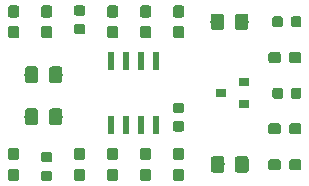
<source format=gbr>
G04 #@! TF.GenerationSoftware,KiCad,Pcbnew,(5.0.1)-3*
G04 #@! TF.CreationDate,2020-03-18T22:13:10-04:00*
G04 #@! TF.ProjectId,viparspectra-adapter,7669706172737065637472612D616461,rev?*
G04 #@! TF.SameCoordinates,Original*
G04 #@! TF.FileFunction,Paste,Top*
G04 #@! TF.FilePolarity,Positive*
%FSLAX46Y46*%
G04 Gerber Fmt 4.6, Leading zero omitted, Abs format (unit mm)*
G04 Created by KiCad (PCBNEW (5.0.1)-3) date 3/18/2020 10:13:10 PM*
%MOMM*%
%LPD*%
G01*
G04 APERTURE LIST*
%ADD10C,0.100000*%
%ADD11C,0.875000*%
%ADD12R,0.900000X0.800000*%
%ADD13C,1.150000*%
%ADD14C,0.950000*%
%ADD15R,0.600000X1.550000*%
G04 APERTURE END LIST*
D10*
G04 #@! TO.C,C2*
G36*
X165648691Y-74547053D02*
X165669926Y-74550203D01*
X165690750Y-74555419D01*
X165710962Y-74562651D01*
X165730368Y-74571830D01*
X165748781Y-74582866D01*
X165766024Y-74595654D01*
X165781930Y-74610070D01*
X165796346Y-74625976D01*
X165809134Y-74643219D01*
X165820170Y-74661632D01*
X165829349Y-74681038D01*
X165836581Y-74701250D01*
X165841797Y-74722074D01*
X165844947Y-74743309D01*
X165846000Y-74764750D01*
X165846000Y-75277250D01*
X165844947Y-75298691D01*
X165841797Y-75319926D01*
X165836581Y-75340750D01*
X165829349Y-75360962D01*
X165820170Y-75380368D01*
X165809134Y-75398781D01*
X165796346Y-75416024D01*
X165781930Y-75431930D01*
X165766024Y-75446346D01*
X165748781Y-75459134D01*
X165730368Y-75470170D01*
X165710962Y-75479349D01*
X165690750Y-75486581D01*
X165669926Y-75491797D01*
X165648691Y-75494947D01*
X165627250Y-75496000D01*
X165189750Y-75496000D01*
X165168309Y-75494947D01*
X165147074Y-75491797D01*
X165126250Y-75486581D01*
X165106038Y-75479349D01*
X165086632Y-75470170D01*
X165068219Y-75459134D01*
X165050976Y-75446346D01*
X165035070Y-75431930D01*
X165020654Y-75416024D01*
X165007866Y-75398781D01*
X164996830Y-75380368D01*
X164987651Y-75360962D01*
X164980419Y-75340750D01*
X164975203Y-75319926D01*
X164972053Y-75298691D01*
X164971000Y-75277250D01*
X164971000Y-74764750D01*
X164972053Y-74743309D01*
X164975203Y-74722074D01*
X164980419Y-74701250D01*
X164987651Y-74681038D01*
X164996830Y-74661632D01*
X165007866Y-74643219D01*
X165020654Y-74625976D01*
X165035070Y-74610070D01*
X165050976Y-74595654D01*
X165068219Y-74582866D01*
X165086632Y-74571830D01*
X165106038Y-74562651D01*
X165126250Y-74555419D01*
X165147074Y-74550203D01*
X165168309Y-74547053D01*
X165189750Y-74546000D01*
X165627250Y-74546000D01*
X165648691Y-74547053D01*
X165648691Y-74547053D01*
G37*
D11*
X165408500Y-75021000D03*
D10*
G36*
X164073691Y-74547053D02*
X164094926Y-74550203D01*
X164115750Y-74555419D01*
X164135962Y-74562651D01*
X164155368Y-74571830D01*
X164173781Y-74582866D01*
X164191024Y-74595654D01*
X164206930Y-74610070D01*
X164221346Y-74625976D01*
X164234134Y-74643219D01*
X164245170Y-74661632D01*
X164254349Y-74681038D01*
X164261581Y-74701250D01*
X164266797Y-74722074D01*
X164269947Y-74743309D01*
X164271000Y-74764750D01*
X164271000Y-75277250D01*
X164269947Y-75298691D01*
X164266797Y-75319926D01*
X164261581Y-75340750D01*
X164254349Y-75360962D01*
X164245170Y-75380368D01*
X164234134Y-75398781D01*
X164221346Y-75416024D01*
X164206930Y-75431930D01*
X164191024Y-75446346D01*
X164173781Y-75459134D01*
X164155368Y-75470170D01*
X164135962Y-75479349D01*
X164115750Y-75486581D01*
X164094926Y-75491797D01*
X164073691Y-75494947D01*
X164052250Y-75496000D01*
X163614750Y-75496000D01*
X163593309Y-75494947D01*
X163572074Y-75491797D01*
X163551250Y-75486581D01*
X163531038Y-75479349D01*
X163511632Y-75470170D01*
X163493219Y-75459134D01*
X163475976Y-75446346D01*
X163460070Y-75431930D01*
X163445654Y-75416024D01*
X163432866Y-75398781D01*
X163421830Y-75380368D01*
X163412651Y-75360962D01*
X163405419Y-75340750D01*
X163400203Y-75319926D01*
X163397053Y-75298691D01*
X163396000Y-75277250D01*
X163396000Y-74764750D01*
X163397053Y-74743309D01*
X163400203Y-74722074D01*
X163405419Y-74701250D01*
X163412651Y-74681038D01*
X163421830Y-74661632D01*
X163432866Y-74643219D01*
X163445654Y-74625976D01*
X163460070Y-74610070D01*
X163475976Y-74595654D01*
X163493219Y-74582866D01*
X163511632Y-74571830D01*
X163531038Y-74562651D01*
X163551250Y-74555419D01*
X163572074Y-74550203D01*
X163593309Y-74547053D01*
X163614750Y-74546000D01*
X164052250Y-74546000D01*
X164073691Y-74547053D01*
X164073691Y-74547053D01*
G37*
D11*
X163833500Y-75021000D03*
G04 #@! TD*
D10*
G04 #@! TO.C,C1*
G36*
X164073691Y-80597553D02*
X164094926Y-80600703D01*
X164115750Y-80605919D01*
X164135962Y-80613151D01*
X164155368Y-80622330D01*
X164173781Y-80633366D01*
X164191024Y-80646154D01*
X164206930Y-80660570D01*
X164221346Y-80676476D01*
X164234134Y-80693719D01*
X164245170Y-80712132D01*
X164254349Y-80731538D01*
X164261581Y-80751750D01*
X164266797Y-80772574D01*
X164269947Y-80793809D01*
X164271000Y-80815250D01*
X164271000Y-81327750D01*
X164269947Y-81349191D01*
X164266797Y-81370426D01*
X164261581Y-81391250D01*
X164254349Y-81411462D01*
X164245170Y-81430868D01*
X164234134Y-81449281D01*
X164221346Y-81466524D01*
X164206930Y-81482430D01*
X164191024Y-81496846D01*
X164173781Y-81509634D01*
X164155368Y-81520670D01*
X164135962Y-81529849D01*
X164115750Y-81537081D01*
X164094926Y-81542297D01*
X164073691Y-81545447D01*
X164052250Y-81546500D01*
X163614750Y-81546500D01*
X163593309Y-81545447D01*
X163572074Y-81542297D01*
X163551250Y-81537081D01*
X163531038Y-81529849D01*
X163511632Y-81520670D01*
X163493219Y-81509634D01*
X163475976Y-81496846D01*
X163460070Y-81482430D01*
X163445654Y-81466524D01*
X163432866Y-81449281D01*
X163421830Y-81430868D01*
X163412651Y-81411462D01*
X163405419Y-81391250D01*
X163400203Y-81370426D01*
X163397053Y-81349191D01*
X163396000Y-81327750D01*
X163396000Y-80815250D01*
X163397053Y-80793809D01*
X163400203Y-80772574D01*
X163405419Y-80751750D01*
X163412651Y-80731538D01*
X163421830Y-80712132D01*
X163432866Y-80693719D01*
X163445654Y-80676476D01*
X163460070Y-80660570D01*
X163475976Y-80646154D01*
X163493219Y-80633366D01*
X163511632Y-80622330D01*
X163531038Y-80613151D01*
X163551250Y-80605919D01*
X163572074Y-80600703D01*
X163593309Y-80597553D01*
X163614750Y-80596500D01*
X164052250Y-80596500D01*
X164073691Y-80597553D01*
X164073691Y-80597553D01*
G37*
D11*
X163833500Y-81071500D03*
D10*
G36*
X165648691Y-80597553D02*
X165669926Y-80600703D01*
X165690750Y-80605919D01*
X165710962Y-80613151D01*
X165730368Y-80622330D01*
X165748781Y-80633366D01*
X165766024Y-80646154D01*
X165781930Y-80660570D01*
X165796346Y-80676476D01*
X165809134Y-80693719D01*
X165820170Y-80712132D01*
X165829349Y-80731538D01*
X165836581Y-80751750D01*
X165841797Y-80772574D01*
X165844947Y-80793809D01*
X165846000Y-80815250D01*
X165846000Y-81327750D01*
X165844947Y-81349191D01*
X165841797Y-81370426D01*
X165836581Y-81391250D01*
X165829349Y-81411462D01*
X165820170Y-81430868D01*
X165809134Y-81449281D01*
X165796346Y-81466524D01*
X165781930Y-81482430D01*
X165766024Y-81496846D01*
X165748781Y-81509634D01*
X165730368Y-81520670D01*
X165710962Y-81529849D01*
X165690750Y-81537081D01*
X165669926Y-81542297D01*
X165648691Y-81545447D01*
X165627250Y-81546500D01*
X165189750Y-81546500D01*
X165168309Y-81545447D01*
X165147074Y-81542297D01*
X165126250Y-81537081D01*
X165106038Y-81529849D01*
X165086632Y-81520670D01*
X165068219Y-81509634D01*
X165050976Y-81496846D01*
X165035070Y-81482430D01*
X165020654Y-81466524D01*
X165007866Y-81449281D01*
X164996830Y-81430868D01*
X164987651Y-81411462D01*
X164980419Y-81391250D01*
X164975203Y-81370426D01*
X164972053Y-81349191D01*
X164971000Y-81327750D01*
X164971000Y-80815250D01*
X164972053Y-80793809D01*
X164975203Y-80772574D01*
X164980419Y-80751750D01*
X164987651Y-80731538D01*
X164996830Y-80712132D01*
X165007866Y-80693719D01*
X165020654Y-80676476D01*
X165035070Y-80660570D01*
X165050976Y-80646154D01*
X165068219Y-80633366D01*
X165086632Y-80622330D01*
X165106038Y-80613151D01*
X165126250Y-80605919D01*
X165147074Y-80600703D01*
X165168309Y-80597553D01*
X165189750Y-80596500D01*
X165627250Y-80596500D01*
X165648691Y-80597553D01*
X165648691Y-80597553D01*
G37*
D11*
X165408500Y-81071500D03*
G04 #@! TD*
D10*
G04 #@! TO.C,C3*
G36*
X144549691Y-86042553D02*
X144570926Y-86045703D01*
X144591750Y-86050919D01*
X144611962Y-86058151D01*
X144631368Y-86067330D01*
X144649781Y-86078366D01*
X144667024Y-86091154D01*
X144682930Y-86105570D01*
X144697346Y-86121476D01*
X144710134Y-86138719D01*
X144721170Y-86157132D01*
X144730349Y-86176538D01*
X144737581Y-86196750D01*
X144742797Y-86217574D01*
X144745947Y-86238809D01*
X144747000Y-86260250D01*
X144747000Y-86697750D01*
X144745947Y-86719191D01*
X144742797Y-86740426D01*
X144737581Y-86761250D01*
X144730349Y-86781462D01*
X144721170Y-86800868D01*
X144710134Y-86819281D01*
X144697346Y-86836524D01*
X144682930Y-86852430D01*
X144667024Y-86866846D01*
X144649781Y-86879634D01*
X144631368Y-86890670D01*
X144611962Y-86899849D01*
X144591750Y-86907081D01*
X144570926Y-86912297D01*
X144549691Y-86915447D01*
X144528250Y-86916500D01*
X144015750Y-86916500D01*
X143994309Y-86915447D01*
X143973074Y-86912297D01*
X143952250Y-86907081D01*
X143932038Y-86899849D01*
X143912632Y-86890670D01*
X143894219Y-86879634D01*
X143876976Y-86866846D01*
X143861070Y-86852430D01*
X143846654Y-86836524D01*
X143833866Y-86819281D01*
X143822830Y-86800868D01*
X143813651Y-86781462D01*
X143806419Y-86761250D01*
X143801203Y-86740426D01*
X143798053Y-86719191D01*
X143797000Y-86697750D01*
X143797000Y-86260250D01*
X143798053Y-86238809D01*
X143801203Y-86217574D01*
X143806419Y-86196750D01*
X143813651Y-86176538D01*
X143822830Y-86157132D01*
X143833866Y-86138719D01*
X143846654Y-86121476D01*
X143861070Y-86105570D01*
X143876976Y-86091154D01*
X143894219Y-86078366D01*
X143912632Y-86067330D01*
X143932038Y-86058151D01*
X143952250Y-86050919D01*
X143973074Y-86045703D01*
X143994309Y-86042553D01*
X144015750Y-86041500D01*
X144528250Y-86041500D01*
X144549691Y-86042553D01*
X144549691Y-86042553D01*
G37*
D11*
X144272000Y-86479000D03*
D10*
G36*
X144549691Y-87617553D02*
X144570926Y-87620703D01*
X144591750Y-87625919D01*
X144611962Y-87633151D01*
X144631368Y-87642330D01*
X144649781Y-87653366D01*
X144667024Y-87666154D01*
X144682930Y-87680570D01*
X144697346Y-87696476D01*
X144710134Y-87713719D01*
X144721170Y-87732132D01*
X144730349Y-87751538D01*
X144737581Y-87771750D01*
X144742797Y-87792574D01*
X144745947Y-87813809D01*
X144747000Y-87835250D01*
X144747000Y-88272750D01*
X144745947Y-88294191D01*
X144742797Y-88315426D01*
X144737581Y-88336250D01*
X144730349Y-88356462D01*
X144721170Y-88375868D01*
X144710134Y-88394281D01*
X144697346Y-88411524D01*
X144682930Y-88427430D01*
X144667024Y-88441846D01*
X144649781Y-88454634D01*
X144631368Y-88465670D01*
X144611962Y-88474849D01*
X144591750Y-88482081D01*
X144570926Y-88487297D01*
X144549691Y-88490447D01*
X144528250Y-88491500D01*
X144015750Y-88491500D01*
X143994309Y-88490447D01*
X143973074Y-88487297D01*
X143952250Y-88482081D01*
X143932038Y-88474849D01*
X143912632Y-88465670D01*
X143894219Y-88454634D01*
X143876976Y-88441846D01*
X143861070Y-88427430D01*
X143846654Y-88411524D01*
X143833866Y-88394281D01*
X143822830Y-88375868D01*
X143813651Y-88356462D01*
X143806419Y-88336250D01*
X143801203Y-88315426D01*
X143798053Y-88294191D01*
X143797000Y-88272750D01*
X143797000Y-87835250D01*
X143798053Y-87813809D01*
X143801203Y-87792574D01*
X143806419Y-87771750D01*
X143813651Y-87751538D01*
X143822830Y-87732132D01*
X143833866Y-87713719D01*
X143846654Y-87696476D01*
X143861070Y-87680570D01*
X143876976Y-87666154D01*
X143894219Y-87653366D01*
X143912632Y-87642330D01*
X143932038Y-87633151D01*
X143952250Y-87625919D01*
X143973074Y-87620703D01*
X143994309Y-87617553D01*
X144015750Y-87616500D01*
X144528250Y-87616500D01*
X144549691Y-87617553D01*
X144549691Y-87617553D01*
G37*
D11*
X144272000Y-88054000D03*
G04 #@! TD*
D10*
G04 #@! TO.C,C4*
G36*
X147343691Y-73627053D02*
X147364926Y-73630203D01*
X147385750Y-73635419D01*
X147405962Y-73642651D01*
X147425368Y-73651830D01*
X147443781Y-73662866D01*
X147461024Y-73675654D01*
X147476930Y-73690070D01*
X147491346Y-73705976D01*
X147504134Y-73723219D01*
X147515170Y-73741632D01*
X147524349Y-73761038D01*
X147531581Y-73781250D01*
X147536797Y-73802074D01*
X147539947Y-73823309D01*
X147541000Y-73844750D01*
X147541000Y-74282250D01*
X147539947Y-74303691D01*
X147536797Y-74324926D01*
X147531581Y-74345750D01*
X147524349Y-74365962D01*
X147515170Y-74385368D01*
X147504134Y-74403781D01*
X147491346Y-74421024D01*
X147476930Y-74436930D01*
X147461024Y-74451346D01*
X147443781Y-74464134D01*
X147425368Y-74475170D01*
X147405962Y-74484349D01*
X147385750Y-74491581D01*
X147364926Y-74496797D01*
X147343691Y-74499947D01*
X147322250Y-74501000D01*
X146809750Y-74501000D01*
X146788309Y-74499947D01*
X146767074Y-74496797D01*
X146746250Y-74491581D01*
X146726038Y-74484349D01*
X146706632Y-74475170D01*
X146688219Y-74464134D01*
X146670976Y-74451346D01*
X146655070Y-74436930D01*
X146640654Y-74421024D01*
X146627866Y-74403781D01*
X146616830Y-74385368D01*
X146607651Y-74365962D01*
X146600419Y-74345750D01*
X146595203Y-74324926D01*
X146592053Y-74303691D01*
X146591000Y-74282250D01*
X146591000Y-73844750D01*
X146592053Y-73823309D01*
X146595203Y-73802074D01*
X146600419Y-73781250D01*
X146607651Y-73761038D01*
X146616830Y-73741632D01*
X146627866Y-73723219D01*
X146640654Y-73705976D01*
X146655070Y-73690070D01*
X146670976Y-73675654D01*
X146688219Y-73662866D01*
X146706632Y-73651830D01*
X146726038Y-73642651D01*
X146746250Y-73635419D01*
X146767074Y-73630203D01*
X146788309Y-73627053D01*
X146809750Y-73626000D01*
X147322250Y-73626000D01*
X147343691Y-73627053D01*
X147343691Y-73627053D01*
G37*
D11*
X147066000Y-74063500D03*
D10*
G36*
X147343691Y-75202053D02*
X147364926Y-75205203D01*
X147385750Y-75210419D01*
X147405962Y-75217651D01*
X147425368Y-75226830D01*
X147443781Y-75237866D01*
X147461024Y-75250654D01*
X147476930Y-75265070D01*
X147491346Y-75280976D01*
X147504134Y-75298219D01*
X147515170Y-75316632D01*
X147524349Y-75336038D01*
X147531581Y-75356250D01*
X147536797Y-75377074D01*
X147539947Y-75398309D01*
X147541000Y-75419750D01*
X147541000Y-75857250D01*
X147539947Y-75878691D01*
X147536797Y-75899926D01*
X147531581Y-75920750D01*
X147524349Y-75940962D01*
X147515170Y-75960368D01*
X147504134Y-75978781D01*
X147491346Y-75996024D01*
X147476930Y-76011930D01*
X147461024Y-76026346D01*
X147443781Y-76039134D01*
X147425368Y-76050170D01*
X147405962Y-76059349D01*
X147385750Y-76066581D01*
X147364926Y-76071797D01*
X147343691Y-76074947D01*
X147322250Y-76076000D01*
X146809750Y-76076000D01*
X146788309Y-76074947D01*
X146767074Y-76071797D01*
X146746250Y-76066581D01*
X146726038Y-76059349D01*
X146706632Y-76050170D01*
X146688219Y-76039134D01*
X146670976Y-76026346D01*
X146655070Y-76011930D01*
X146640654Y-75996024D01*
X146627866Y-75978781D01*
X146616830Y-75960368D01*
X146607651Y-75940962D01*
X146600419Y-75920750D01*
X146595203Y-75899926D01*
X146592053Y-75878691D01*
X146591000Y-75857250D01*
X146591000Y-75419750D01*
X146592053Y-75398309D01*
X146595203Y-75377074D01*
X146600419Y-75356250D01*
X146607651Y-75336038D01*
X146616830Y-75316632D01*
X146627866Y-75298219D01*
X146640654Y-75280976D01*
X146655070Y-75265070D01*
X146670976Y-75250654D01*
X146688219Y-75237866D01*
X146706632Y-75226830D01*
X146726038Y-75217651D01*
X146746250Y-75210419D01*
X146767074Y-75205203D01*
X146788309Y-75202053D01*
X146809750Y-75201000D01*
X147322250Y-75201000D01*
X147343691Y-75202053D01*
X147343691Y-75202053D01*
G37*
D11*
X147066000Y-75638500D03*
G04 #@! TD*
D10*
G04 #@! TO.C,C5*
G36*
X155725691Y-83434553D02*
X155746926Y-83437703D01*
X155767750Y-83442919D01*
X155787962Y-83450151D01*
X155807368Y-83459330D01*
X155825781Y-83470366D01*
X155843024Y-83483154D01*
X155858930Y-83497570D01*
X155873346Y-83513476D01*
X155886134Y-83530719D01*
X155897170Y-83549132D01*
X155906349Y-83568538D01*
X155913581Y-83588750D01*
X155918797Y-83609574D01*
X155921947Y-83630809D01*
X155923000Y-83652250D01*
X155923000Y-84089750D01*
X155921947Y-84111191D01*
X155918797Y-84132426D01*
X155913581Y-84153250D01*
X155906349Y-84173462D01*
X155897170Y-84192868D01*
X155886134Y-84211281D01*
X155873346Y-84228524D01*
X155858930Y-84244430D01*
X155843024Y-84258846D01*
X155825781Y-84271634D01*
X155807368Y-84282670D01*
X155787962Y-84291849D01*
X155767750Y-84299081D01*
X155746926Y-84304297D01*
X155725691Y-84307447D01*
X155704250Y-84308500D01*
X155191750Y-84308500D01*
X155170309Y-84307447D01*
X155149074Y-84304297D01*
X155128250Y-84299081D01*
X155108038Y-84291849D01*
X155088632Y-84282670D01*
X155070219Y-84271634D01*
X155052976Y-84258846D01*
X155037070Y-84244430D01*
X155022654Y-84228524D01*
X155009866Y-84211281D01*
X154998830Y-84192868D01*
X154989651Y-84173462D01*
X154982419Y-84153250D01*
X154977203Y-84132426D01*
X154974053Y-84111191D01*
X154973000Y-84089750D01*
X154973000Y-83652250D01*
X154974053Y-83630809D01*
X154977203Y-83609574D01*
X154982419Y-83588750D01*
X154989651Y-83568538D01*
X154998830Y-83549132D01*
X155009866Y-83530719D01*
X155022654Y-83513476D01*
X155037070Y-83497570D01*
X155052976Y-83483154D01*
X155070219Y-83470366D01*
X155088632Y-83459330D01*
X155108038Y-83450151D01*
X155128250Y-83442919D01*
X155149074Y-83437703D01*
X155170309Y-83434553D01*
X155191750Y-83433500D01*
X155704250Y-83433500D01*
X155725691Y-83434553D01*
X155725691Y-83434553D01*
G37*
D11*
X155448000Y-83871000D03*
D10*
G36*
X155725691Y-81859553D02*
X155746926Y-81862703D01*
X155767750Y-81867919D01*
X155787962Y-81875151D01*
X155807368Y-81884330D01*
X155825781Y-81895366D01*
X155843024Y-81908154D01*
X155858930Y-81922570D01*
X155873346Y-81938476D01*
X155886134Y-81955719D01*
X155897170Y-81974132D01*
X155906349Y-81993538D01*
X155913581Y-82013750D01*
X155918797Y-82034574D01*
X155921947Y-82055809D01*
X155923000Y-82077250D01*
X155923000Y-82514750D01*
X155921947Y-82536191D01*
X155918797Y-82557426D01*
X155913581Y-82578250D01*
X155906349Y-82598462D01*
X155897170Y-82617868D01*
X155886134Y-82636281D01*
X155873346Y-82653524D01*
X155858930Y-82669430D01*
X155843024Y-82683846D01*
X155825781Y-82696634D01*
X155807368Y-82707670D01*
X155787962Y-82716849D01*
X155767750Y-82724081D01*
X155746926Y-82729297D01*
X155725691Y-82732447D01*
X155704250Y-82733500D01*
X155191750Y-82733500D01*
X155170309Y-82732447D01*
X155149074Y-82729297D01*
X155128250Y-82724081D01*
X155108038Y-82716849D01*
X155088632Y-82707670D01*
X155070219Y-82696634D01*
X155052976Y-82683846D01*
X155037070Y-82669430D01*
X155022654Y-82653524D01*
X155009866Y-82636281D01*
X154998830Y-82617868D01*
X154989651Y-82598462D01*
X154982419Y-82578250D01*
X154977203Y-82557426D01*
X154974053Y-82536191D01*
X154973000Y-82514750D01*
X154973000Y-82077250D01*
X154974053Y-82055809D01*
X154977203Y-82034574D01*
X154982419Y-82013750D01*
X154989651Y-81993538D01*
X154998830Y-81974132D01*
X155009866Y-81955719D01*
X155022654Y-81938476D01*
X155037070Y-81922570D01*
X155052976Y-81908154D01*
X155070219Y-81895366D01*
X155088632Y-81884330D01*
X155108038Y-81875151D01*
X155128250Y-81867919D01*
X155149074Y-81862703D01*
X155170309Y-81859553D01*
X155191750Y-81858500D01*
X155704250Y-81858500D01*
X155725691Y-81859553D01*
X155725691Y-81859553D01*
G37*
D11*
X155448000Y-82296000D03*
G04 #@! TD*
D12*
G04 #@! TO.C,D1*
X161020000Y-81976000D03*
X161020000Y-80076000D03*
X159020000Y-81026000D03*
G04 #@! TD*
D10*
G04 #@! TO.C,D2*
G36*
X145392505Y-82359204D02*
X145416773Y-82362804D01*
X145440572Y-82368765D01*
X145463671Y-82377030D01*
X145485850Y-82387520D01*
X145506893Y-82400132D01*
X145526599Y-82414747D01*
X145544777Y-82431223D01*
X145561253Y-82449401D01*
X145575868Y-82469107D01*
X145588480Y-82490150D01*
X145598970Y-82512329D01*
X145607235Y-82535428D01*
X145613196Y-82559227D01*
X145616796Y-82583495D01*
X145618000Y-82607999D01*
X145618000Y-83508001D01*
X145616796Y-83532505D01*
X145613196Y-83556773D01*
X145607235Y-83580572D01*
X145598970Y-83603671D01*
X145588480Y-83625850D01*
X145575868Y-83646893D01*
X145561253Y-83666599D01*
X145544777Y-83684777D01*
X145526599Y-83701253D01*
X145506893Y-83715868D01*
X145485850Y-83728480D01*
X145463671Y-83738970D01*
X145440572Y-83747235D01*
X145416773Y-83753196D01*
X145392505Y-83756796D01*
X145368001Y-83758000D01*
X144717999Y-83758000D01*
X144693495Y-83756796D01*
X144669227Y-83753196D01*
X144645428Y-83747235D01*
X144622329Y-83738970D01*
X144600150Y-83728480D01*
X144579107Y-83715868D01*
X144559401Y-83701253D01*
X144541223Y-83684777D01*
X144524747Y-83666599D01*
X144510132Y-83646893D01*
X144497520Y-83625850D01*
X144487030Y-83603671D01*
X144478765Y-83580572D01*
X144472804Y-83556773D01*
X144469204Y-83532505D01*
X144468000Y-83508001D01*
X144468000Y-82607999D01*
X144469204Y-82583495D01*
X144472804Y-82559227D01*
X144478765Y-82535428D01*
X144487030Y-82512329D01*
X144497520Y-82490150D01*
X144510132Y-82469107D01*
X144524747Y-82449401D01*
X144541223Y-82431223D01*
X144559401Y-82414747D01*
X144579107Y-82400132D01*
X144600150Y-82387520D01*
X144622329Y-82377030D01*
X144645428Y-82368765D01*
X144669227Y-82362804D01*
X144693495Y-82359204D01*
X144717999Y-82358000D01*
X145368001Y-82358000D01*
X145392505Y-82359204D01*
X145392505Y-82359204D01*
G37*
D13*
X145043000Y-83058000D03*
D10*
G36*
X143342505Y-82359204D02*
X143366773Y-82362804D01*
X143390572Y-82368765D01*
X143413671Y-82377030D01*
X143435850Y-82387520D01*
X143456893Y-82400132D01*
X143476599Y-82414747D01*
X143494777Y-82431223D01*
X143511253Y-82449401D01*
X143525868Y-82469107D01*
X143538480Y-82490150D01*
X143548970Y-82512329D01*
X143557235Y-82535428D01*
X143563196Y-82559227D01*
X143566796Y-82583495D01*
X143568000Y-82607999D01*
X143568000Y-83508001D01*
X143566796Y-83532505D01*
X143563196Y-83556773D01*
X143557235Y-83580572D01*
X143548970Y-83603671D01*
X143538480Y-83625850D01*
X143525868Y-83646893D01*
X143511253Y-83666599D01*
X143494777Y-83684777D01*
X143476599Y-83701253D01*
X143456893Y-83715868D01*
X143435850Y-83728480D01*
X143413671Y-83738970D01*
X143390572Y-83747235D01*
X143366773Y-83753196D01*
X143342505Y-83756796D01*
X143318001Y-83758000D01*
X142667999Y-83758000D01*
X142643495Y-83756796D01*
X142619227Y-83753196D01*
X142595428Y-83747235D01*
X142572329Y-83738970D01*
X142550150Y-83728480D01*
X142529107Y-83715868D01*
X142509401Y-83701253D01*
X142491223Y-83684777D01*
X142474747Y-83666599D01*
X142460132Y-83646893D01*
X142447520Y-83625850D01*
X142437030Y-83603671D01*
X142428765Y-83580572D01*
X142422804Y-83556773D01*
X142419204Y-83532505D01*
X142418000Y-83508001D01*
X142418000Y-82607999D01*
X142419204Y-82583495D01*
X142422804Y-82559227D01*
X142428765Y-82535428D01*
X142437030Y-82512329D01*
X142447520Y-82490150D01*
X142460132Y-82469107D01*
X142474747Y-82449401D01*
X142491223Y-82431223D01*
X142509401Y-82414747D01*
X142529107Y-82400132D01*
X142550150Y-82387520D01*
X142572329Y-82377030D01*
X142595428Y-82368765D01*
X142619227Y-82362804D01*
X142643495Y-82359204D01*
X142667999Y-82358000D01*
X143318001Y-82358000D01*
X143342505Y-82359204D01*
X143342505Y-82359204D01*
G37*
D13*
X142993000Y-83058000D03*
G04 #@! TD*
D10*
G04 #@! TO.C,D3*
G36*
X143342505Y-78803204D02*
X143366773Y-78806804D01*
X143390572Y-78812765D01*
X143413671Y-78821030D01*
X143435850Y-78831520D01*
X143456893Y-78844132D01*
X143476599Y-78858747D01*
X143494777Y-78875223D01*
X143511253Y-78893401D01*
X143525868Y-78913107D01*
X143538480Y-78934150D01*
X143548970Y-78956329D01*
X143557235Y-78979428D01*
X143563196Y-79003227D01*
X143566796Y-79027495D01*
X143568000Y-79051999D01*
X143568000Y-79952001D01*
X143566796Y-79976505D01*
X143563196Y-80000773D01*
X143557235Y-80024572D01*
X143548970Y-80047671D01*
X143538480Y-80069850D01*
X143525868Y-80090893D01*
X143511253Y-80110599D01*
X143494777Y-80128777D01*
X143476599Y-80145253D01*
X143456893Y-80159868D01*
X143435850Y-80172480D01*
X143413671Y-80182970D01*
X143390572Y-80191235D01*
X143366773Y-80197196D01*
X143342505Y-80200796D01*
X143318001Y-80202000D01*
X142667999Y-80202000D01*
X142643495Y-80200796D01*
X142619227Y-80197196D01*
X142595428Y-80191235D01*
X142572329Y-80182970D01*
X142550150Y-80172480D01*
X142529107Y-80159868D01*
X142509401Y-80145253D01*
X142491223Y-80128777D01*
X142474747Y-80110599D01*
X142460132Y-80090893D01*
X142447520Y-80069850D01*
X142437030Y-80047671D01*
X142428765Y-80024572D01*
X142422804Y-80000773D01*
X142419204Y-79976505D01*
X142418000Y-79952001D01*
X142418000Y-79051999D01*
X142419204Y-79027495D01*
X142422804Y-79003227D01*
X142428765Y-78979428D01*
X142437030Y-78956329D01*
X142447520Y-78934150D01*
X142460132Y-78913107D01*
X142474747Y-78893401D01*
X142491223Y-78875223D01*
X142509401Y-78858747D01*
X142529107Y-78844132D01*
X142550150Y-78831520D01*
X142572329Y-78821030D01*
X142595428Y-78812765D01*
X142619227Y-78806804D01*
X142643495Y-78803204D01*
X142667999Y-78802000D01*
X143318001Y-78802000D01*
X143342505Y-78803204D01*
X143342505Y-78803204D01*
G37*
D13*
X142993000Y-79502000D03*
D10*
G36*
X145392505Y-78803204D02*
X145416773Y-78806804D01*
X145440572Y-78812765D01*
X145463671Y-78821030D01*
X145485850Y-78831520D01*
X145506893Y-78844132D01*
X145526599Y-78858747D01*
X145544777Y-78875223D01*
X145561253Y-78893401D01*
X145575868Y-78913107D01*
X145588480Y-78934150D01*
X145598970Y-78956329D01*
X145607235Y-78979428D01*
X145613196Y-79003227D01*
X145616796Y-79027495D01*
X145618000Y-79051999D01*
X145618000Y-79952001D01*
X145616796Y-79976505D01*
X145613196Y-80000773D01*
X145607235Y-80024572D01*
X145598970Y-80047671D01*
X145588480Y-80069850D01*
X145575868Y-80090893D01*
X145561253Y-80110599D01*
X145544777Y-80128777D01*
X145526599Y-80145253D01*
X145506893Y-80159868D01*
X145485850Y-80172480D01*
X145463671Y-80182970D01*
X145440572Y-80191235D01*
X145416773Y-80197196D01*
X145392505Y-80200796D01*
X145368001Y-80202000D01*
X144717999Y-80202000D01*
X144693495Y-80200796D01*
X144669227Y-80197196D01*
X144645428Y-80191235D01*
X144622329Y-80182970D01*
X144600150Y-80172480D01*
X144579107Y-80159868D01*
X144559401Y-80145253D01*
X144541223Y-80128777D01*
X144524747Y-80110599D01*
X144510132Y-80090893D01*
X144497520Y-80069850D01*
X144487030Y-80047671D01*
X144478765Y-80024572D01*
X144472804Y-80000773D01*
X144469204Y-79976505D01*
X144468000Y-79952001D01*
X144468000Y-79051999D01*
X144469204Y-79027495D01*
X144472804Y-79003227D01*
X144478765Y-78979428D01*
X144487030Y-78956329D01*
X144497520Y-78934150D01*
X144510132Y-78913107D01*
X144524747Y-78893401D01*
X144541223Y-78875223D01*
X144559401Y-78858747D01*
X144579107Y-78844132D01*
X144600150Y-78831520D01*
X144622329Y-78821030D01*
X144645428Y-78812765D01*
X144669227Y-78806804D01*
X144693495Y-78803204D01*
X144717999Y-78802000D01*
X145368001Y-78802000D01*
X145392505Y-78803204D01*
X145392505Y-78803204D01*
G37*
D13*
X145043000Y-79502000D03*
G04 #@! TD*
D10*
G04 #@! TO.C,D4*
G36*
X161131505Y-74322204D02*
X161155773Y-74325804D01*
X161179572Y-74331765D01*
X161202671Y-74340030D01*
X161224850Y-74350520D01*
X161245893Y-74363132D01*
X161265599Y-74377747D01*
X161283777Y-74394223D01*
X161300253Y-74412401D01*
X161314868Y-74432107D01*
X161327480Y-74453150D01*
X161337970Y-74475329D01*
X161346235Y-74498428D01*
X161352196Y-74522227D01*
X161355796Y-74546495D01*
X161357000Y-74570999D01*
X161357000Y-75471001D01*
X161355796Y-75495505D01*
X161352196Y-75519773D01*
X161346235Y-75543572D01*
X161337970Y-75566671D01*
X161327480Y-75588850D01*
X161314868Y-75609893D01*
X161300253Y-75629599D01*
X161283777Y-75647777D01*
X161265599Y-75664253D01*
X161245893Y-75678868D01*
X161224850Y-75691480D01*
X161202671Y-75701970D01*
X161179572Y-75710235D01*
X161155773Y-75716196D01*
X161131505Y-75719796D01*
X161107001Y-75721000D01*
X160456999Y-75721000D01*
X160432495Y-75719796D01*
X160408227Y-75716196D01*
X160384428Y-75710235D01*
X160361329Y-75701970D01*
X160339150Y-75691480D01*
X160318107Y-75678868D01*
X160298401Y-75664253D01*
X160280223Y-75647777D01*
X160263747Y-75629599D01*
X160249132Y-75609893D01*
X160236520Y-75588850D01*
X160226030Y-75566671D01*
X160217765Y-75543572D01*
X160211804Y-75519773D01*
X160208204Y-75495505D01*
X160207000Y-75471001D01*
X160207000Y-74570999D01*
X160208204Y-74546495D01*
X160211804Y-74522227D01*
X160217765Y-74498428D01*
X160226030Y-74475329D01*
X160236520Y-74453150D01*
X160249132Y-74432107D01*
X160263747Y-74412401D01*
X160280223Y-74394223D01*
X160298401Y-74377747D01*
X160318107Y-74363132D01*
X160339150Y-74350520D01*
X160361329Y-74340030D01*
X160384428Y-74331765D01*
X160408227Y-74325804D01*
X160432495Y-74322204D01*
X160456999Y-74321000D01*
X161107001Y-74321000D01*
X161131505Y-74322204D01*
X161131505Y-74322204D01*
G37*
D13*
X160782000Y-75021000D03*
D10*
G36*
X159081505Y-74322204D02*
X159105773Y-74325804D01*
X159129572Y-74331765D01*
X159152671Y-74340030D01*
X159174850Y-74350520D01*
X159195893Y-74363132D01*
X159215599Y-74377747D01*
X159233777Y-74394223D01*
X159250253Y-74412401D01*
X159264868Y-74432107D01*
X159277480Y-74453150D01*
X159287970Y-74475329D01*
X159296235Y-74498428D01*
X159302196Y-74522227D01*
X159305796Y-74546495D01*
X159307000Y-74570999D01*
X159307000Y-75471001D01*
X159305796Y-75495505D01*
X159302196Y-75519773D01*
X159296235Y-75543572D01*
X159287970Y-75566671D01*
X159277480Y-75588850D01*
X159264868Y-75609893D01*
X159250253Y-75629599D01*
X159233777Y-75647777D01*
X159215599Y-75664253D01*
X159195893Y-75678868D01*
X159174850Y-75691480D01*
X159152671Y-75701970D01*
X159129572Y-75710235D01*
X159105773Y-75716196D01*
X159081505Y-75719796D01*
X159057001Y-75721000D01*
X158406999Y-75721000D01*
X158382495Y-75719796D01*
X158358227Y-75716196D01*
X158334428Y-75710235D01*
X158311329Y-75701970D01*
X158289150Y-75691480D01*
X158268107Y-75678868D01*
X158248401Y-75664253D01*
X158230223Y-75647777D01*
X158213747Y-75629599D01*
X158199132Y-75609893D01*
X158186520Y-75588850D01*
X158176030Y-75566671D01*
X158167765Y-75543572D01*
X158161804Y-75519773D01*
X158158204Y-75495505D01*
X158157000Y-75471001D01*
X158157000Y-74570999D01*
X158158204Y-74546495D01*
X158161804Y-74522227D01*
X158167765Y-74498428D01*
X158176030Y-74475329D01*
X158186520Y-74453150D01*
X158199132Y-74432107D01*
X158213747Y-74412401D01*
X158230223Y-74394223D01*
X158248401Y-74377747D01*
X158268107Y-74363132D01*
X158289150Y-74350520D01*
X158311329Y-74340030D01*
X158334428Y-74331765D01*
X158358227Y-74325804D01*
X158382495Y-74322204D01*
X158406999Y-74321000D01*
X159057001Y-74321000D01*
X159081505Y-74322204D01*
X159081505Y-74322204D01*
G37*
D13*
X158732000Y-75021000D03*
G04 #@! TD*
D10*
G04 #@! TO.C,D5*
G36*
X159099505Y-86397704D02*
X159123773Y-86401304D01*
X159147572Y-86407265D01*
X159170671Y-86415530D01*
X159192850Y-86426020D01*
X159213893Y-86438632D01*
X159233599Y-86453247D01*
X159251777Y-86469723D01*
X159268253Y-86487901D01*
X159282868Y-86507607D01*
X159295480Y-86528650D01*
X159305970Y-86550829D01*
X159314235Y-86573928D01*
X159320196Y-86597727D01*
X159323796Y-86621995D01*
X159325000Y-86646499D01*
X159325000Y-87546501D01*
X159323796Y-87571005D01*
X159320196Y-87595273D01*
X159314235Y-87619072D01*
X159305970Y-87642171D01*
X159295480Y-87664350D01*
X159282868Y-87685393D01*
X159268253Y-87705099D01*
X159251777Y-87723277D01*
X159233599Y-87739753D01*
X159213893Y-87754368D01*
X159192850Y-87766980D01*
X159170671Y-87777470D01*
X159147572Y-87785735D01*
X159123773Y-87791696D01*
X159099505Y-87795296D01*
X159075001Y-87796500D01*
X158424999Y-87796500D01*
X158400495Y-87795296D01*
X158376227Y-87791696D01*
X158352428Y-87785735D01*
X158329329Y-87777470D01*
X158307150Y-87766980D01*
X158286107Y-87754368D01*
X158266401Y-87739753D01*
X158248223Y-87723277D01*
X158231747Y-87705099D01*
X158217132Y-87685393D01*
X158204520Y-87664350D01*
X158194030Y-87642171D01*
X158185765Y-87619072D01*
X158179804Y-87595273D01*
X158176204Y-87571005D01*
X158175000Y-87546501D01*
X158175000Y-86646499D01*
X158176204Y-86621995D01*
X158179804Y-86597727D01*
X158185765Y-86573928D01*
X158194030Y-86550829D01*
X158204520Y-86528650D01*
X158217132Y-86507607D01*
X158231747Y-86487901D01*
X158248223Y-86469723D01*
X158266401Y-86453247D01*
X158286107Y-86438632D01*
X158307150Y-86426020D01*
X158329329Y-86415530D01*
X158352428Y-86407265D01*
X158376227Y-86401304D01*
X158400495Y-86397704D01*
X158424999Y-86396500D01*
X159075001Y-86396500D01*
X159099505Y-86397704D01*
X159099505Y-86397704D01*
G37*
D13*
X158750000Y-87096500D03*
D10*
G36*
X161149505Y-86397704D02*
X161173773Y-86401304D01*
X161197572Y-86407265D01*
X161220671Y-86415530D01*
X161242850Y-86426020D01*
X161263893Y-86438632D01*
X161283599Y-86453247D01*
X161301777Y-86469723D01*
X161318253Y-86487901D01*
X161332868Y-86507607D01*
X161345480Y-86528650D01*
X161355970Y-86550829D01*
X161364235Y-86573928D01*
X161370196Y-86597727D01*
X161373796Y-86621995D01*
X161375000Y-86646499D01*
X161375000Y-87546501D01*
X161373796Y-87571005D01*
X161370196Y-87595273D01*
X161364235Y-87619072D01*
X161355970Y-87642171D01*
X161345480Y-87664350D01*
X161332868Y-87685393D01*
X161318253Y-87705099D01*
X161301777Y-87723277D01*
X161283599Y-87739753D01*
X161263893Y-87754368D01*
X161242850Y-87766980D01*
X161220671Y-87777470D01*
X161197572Y-87785735D01*
X161173773Y-87791696D01*
X161149505Y-87795296D01*
X161125001Y-87796500D01*
X160474999Y-87796500D01*
X160450495Y-87795296D01*
X160426227Y-87791696D01*
X160402428Y-87785735D01*
X160379329Y-87777470D01*
X160357150Y-87766980D01*
X160336107Y-87754368D01*
X160316401Y-87739753D01*
X160298223Y-87723277D01*
X160281747Y-87705099D01*
X160267132Y-87685393D01*
X160254520Y-87664350D01*
X160244030Y-87642171D01*
X160235765Y-87619072D01*
X160229804Y-87595273D01*
X160226204Y-87571005D01*
X160225000Y-87546501D01*
X160225000Y-86646499D01*
X160226204Y-86621995D01*
X160229804Y-86597727D01*
X160235765Y-86573928D01*
X160244030Y-86550829D01*
X160254520Y-86528650D01*
X160267132Y-86507607D01*
X160281747Y-86487901D01*
X160298223Y-86469723D01*
X160316401Y-86453247D01*
X160336107Y-86438632D01*
X160357150Y-86426020D01*
X160379329Y-86415530D01*
X160402428Y-86407265D01*
X160426227Y-86401304D01*
X160450495Y-86397704D01*
X160474999Y-86396500D01*
X161125001Y-86396500D01*
X161149505Y-86397704D01*
X161149505Y-86397704D01*
G37*
D13*
X160800000Y-87096500D03*
G04 #@! TD*
D10*
G04 #@! TO.C,R1*
G36*
X163886779Y-83600144D02*
X163909834Y-83603563D01*
X163932443Y-83609227D01*
X163954387Y-83617079D01*
X163975457Y-83627044D01*
X163995448Y-83639026D01*
X164014168Y-83652910D01*
X164031438Y-83668562D01*
X164047090Y-83685832D01*
X164060974Y-83704552D01*
X164072956Y-83724543D01*
X164082921Y-83745613D01*
X164090773Y-83767557D01*
X164096437Y-83790166D01*
X164099856Y-83813221D01*
X164101000Y-83836500D01*
X164101000Y-84311500D01*
X164099856Y-84334779D01*
X164096437Y-84357834D01*
X164090773Y-84380443D01*
X164082921Y-84402387D01*
X164072956Y-84423457D01*
X164060974Y-84443448D01*
X164047090Y-84462168D01*
X164031438Y-84479438D01*
X164014168Y-84495090D01*
X163995448Y-84508974D01*
X163975457Y-84520956D01*
X163954387Y-84530921D01*
X163932443Y-84538773D01*
X163909834Y-84544437D01*
X163886779Y-84547856D01*
X163863500Y-84549000D01*
X163288500Y-84549000D01*
X163265221Y-84547856D01*
X163242166Y-84544437D01*
X163219557Y-84538773D01*
X163197613Y-84530921D01*
X163176543Y-84520956D01*
X163156552Y-84508974D01*
X163137832Y-84495090D01*
X163120562Y-84479438D01*
X163104910Y-84462168D01*
X163091026Y-84443448D01*
X163079044Y-84423457D01*
X163069079Y-84402387D01*
X163061227Y-84380443D01*
X163055563Y-84357834D01*
X163052144Y-84334779D01*
X163051000Y-84311500D01*
X163051000Y-83836500D01*
X163052144Y-83813221D01*
X163055563Y-83790166D01*
X163061227Y-83767557D01*
X163069079Y-83745613D01*
X163079044Y-83724543D01*
X163091026Y-83704552D01*
X163104910Y-83685832D01*
X163120562Y-83668562D01*
X163137832Y-83652910D01*
X163156552Y-83639026D01*
X163176543Y-83627044D01*
X163197613Y-83617079D01*
X163219557Y-83609227D01*
X163242166Y-83603563D01*
X163265221Y-83600144D01*
X163288500Y-83599000D01*
X163863500Y-83599000D01*
X163886779Y-83600144D01*
X163886779Y-83600144D01*
G37*
D14*
X163576000Y-84074000D03*
D10*
G36*
X165636779Y-83600144D02*
X165659834Y-83603563D01*
X165682443Y-83609227D01*
X165704387Y-83617079D01*
X165725457Y-83627044D01*
X165745448Y-83639026D01*
X165764168Y-83652910D01*
X165781438Y-83668562D01*
X165797090Y-83685832D01*
X165810974Y-83704552D01*
X165822956Y-83724543D01*
X165832921Y-83745613D01*
X165840773Y-83767557D01*
X165846437Y-83790166D01*
X165849856Y-83813221D01*
X165851000Y-83836500D01*
X165851000Y-84311500D01*
X165849856Y-84334779D01*
X165846437Y-84357834D01*
X165840773Y-84380443D01*
X165832921Y-84402387D01*
X165822956Y-84423457D01*
X165810974Y-84443448D01*
X165797090Y-84462168D01*
X165781438Y-84479438D01*
X165764168Y-84495090D01*
X165745448Y-84508974D01*
X165725457Y-84520956D01*
X165704387Y-84530921D01*
X165682443Y-84538773D01*
X165659834Y-84544437D01*
X165636779Y-84547856D01*
X165613500Y-84549000D01*
X165038500Y-84549000D01*
X165015221Y-84547856D01*
X164992166Y-84544437D01*
X164969557Y-84538773D01*
X164947613Y-84530921D01*
X164926543Y-84520956D01*
X164906552Y-84508974D01*
X164887832Y-84495090D01*
X164870562Y-84479438D01*
X164854910Y-84462168D01*
X164841026Y-84443448D01*
X164829044Y-84423457D01*
X164819079Y-84402387D01*
X164811227Y-84380443D01*
X164805563Y-84357834D01*
X164802144Y-84334779D01*
X164801000Y-84311500D01*
X164801000Y-83836500D01*
X164802144Y-83813221D01*
X164805563Y-83790166D01*
X164811227Y-83767557D01*
X164819079Y-83745613D01*
X164829044Y-83724543D01*
X164841026Y-83704552D01*
X164854910Y-83685832D01*
X164870562Y-83668562D01*
X164887832Y-83652910D01*
X164906552Y-83639026D01*
X164926543Y-83627044D01*
X164947613Y-83617079D01*
X164969557Y-83609227D01*
X164992166Y-83603563D01*
X165015221Y-83600144D01*
X165038500Y-83599000D01*
X165613500Y-83599000D01*
X165636779Y-83600144D01*
X165636779Y-83600144D01*
G37*
D14*
X165326000Y-84074000D03*
G04 #@! TD*
D10*
G04 #@! TO.C,R2*
G36*
X163886779Y-86648144D02*
X163909834Y-86651563D01*
X163932443Y-86657227D01*
X163954387Y-86665079D01*
X163975457Y-86675044D01*
X163995448Y-86687026D01*
X164014168Y-86700910D01*
X164031438Y-86716562D01*
X164047090Y-86733832D01*
X164060974Y-86752552D01*
X164072956Y-86772543D01*
X164082921Y-86793613D01*
X164090773Y-86815557D01*
X164096437Y-86838166D01*
X164099856Y-86861221D01*
X164101000Y-86884500D01*
X164101000Y-87359500D01*
X164099856Y-87382779D01*
X164096437Y-87405834D01*
X164090773Y-87428443D01*
X164082921Y-87450387D01*
X164072956Y-87471457D01*
X164060974Y-87491448D01*
X164047090Y-87510168D01*
X164031438Y-87527438D01*
X164014168Y-87543090D01*
X163995448Y-87556974D01*
X163975457Y-87568956D01*
X163954387Y-87578921D01*
X163932443Y-87586773D01*
X163909834Y-87592437D01*
X163886779Y-87595856D01*
X163863500Y-87597000D01*
X163288500Y-87597000D01*
X163265221Y-87595856D01*
X163242166Y-87592437D01*
X163219557Y-87586773D01*
X163197613Y-87578921D01*
X163176543Y-87568956D01*
X163156552Y-87556974D01*
X163137832Y-87543090D01*
X163120562Y-87527438D01*
X163104910Y-87510168D01*
X163091026Y-87491448D01*
X163079044Y-87471457D01*
X163069079Y-87450387D01*
X163061227Y-87428443D01*
X163055563Y-87405834D01*
X163052144Y-87382779D01*
X163051000Y-87359500D01*
X163051000Y-86884500D01*
X163052144Y-86861221D01*
X163055563Y-86838166D01*
X163061227Y-86815557D01*
X163069079Y-86793613D01*
X163079044Y-86772543D01*
X163091026Y-86752552D01*
X163104910Y-86733832D01*
X163120562Y-86716562D01*
X163137832Y-86700910D01*
X163156552Y-86687026D01*
X163176543Y-86675044D01*
X163197613Y-86665079D01*
X163219557Y-86657227D01*
X163242166Y-86651563D01*
X163265221Y-86648144D01*
X163288500Y-86647000D01*
X163863500Y-86647000D01*
X163886779Y-86648144D01*
X163886779Y-86648144D01*
G37*
D14*
X163576000Y-87122000D03*
D10*
G36*
X165636779Y-86648144D02*
X165659834Y-86651563D01*
X165682443Y-86657227D01*
X165704387Y-86665079D01*
X165725457Y-86675044D01*
X165745448Y-86687026D01*
X165764168Y-86700910D01*
X165781438Y-86716562D01*
X165797090Y-86733832D01*
X165810974Y-86752552D01*
X165822956Y-86772543D01*
X165832921Y-86793613D01*
X165840773Y-86815557D01*
X165846437Y-86838166D01*
X165849856Y-86861221D01*
X165851000Y-86884500D01*
X165851000Y-87359500D01*
X165849856Y-87382779D01*
X165846437Y-87405834D01*
X165840773Y-87428443D01*
X165832921Y-87450387D01*
X165822956Y-87471457D01*
X165810974Y-87491448D01*
X165797090Y-87510168D01*
X165781438Y-87527438D01*
X165764168Y-87543090D01*
X165745448Y-87556974D01*
X165725457Y-87568956D01*
X165704387Y-87578921D01*
X165682443Y-87586773D01*
X165659834Y-87592437D01*
X165636779Y-87595856D01*
X165613500Y-87597000D01*
X165038500Y-87597000D01*
X165015221Y-87595856D01*
X164992166Y-87592437D01*
X164969557Y-87586773D01*
X164947613Y-87578921D01*
X164926543Y-87568956D01*
X164906552Y-87556974D01*
X164887832Y-87543090D01*
X164870562Y-87527438D01*
X164854910Y-87510168D01*
X164841026Y-87491448D01*
X164829044Y-87471457D01*
X164819079Y-87450387D01*
X164811227Y-87428443D01*
X164805563Y-87405834D01*
X164802144Y-87382779D01*
X164801000Y-87359500D01*
X164801000Y-86884500D01*
X164802144Y-86861221D01*
X164805563Y-86838166D01*
X164811227Y-86815557D01*
X164819079Y-86793613D01*
X164829044Y-86772543D01*
X164841026Y-86752552D01*
X164854910Y-86733832D01*
X164870562Y-86716562D01*
X164887832Y-86700910D01*
X164906552Y-86687026D01*
X164926543Y-86675044D01*
X164947613Y-86665079D01*
X164969557Y-86657227D01*
X164992166Y-86651563D01*
X165015221Y-86648144D01*
X165038500Y-86647000D01*
X165613500Y-86647000D01*
X165636779Y-86648144D01*
X165636779Y-86648144D01*
G37*
D14*
X165326000Y-87122000D03*
G04 #@! TD*
D10*
G04 #@! TO.C,R3*
G36*
X165636779Y-77572394D02*
X165659834Y-77575813D01*
X165682443Y-77581477D01*
X165704387Y-77589329D01*
X165725457Y-77599294D01*
X165745448Y-77611276D01*
X165764168Y-77625160D01*
X165781438Y-77640812D01*
X165797090Y-77658082D01*
X165810974Y-77676802D01*
X165822956Y-77696793D01*
X165832921Y-77717863D01*
X165840773Y-77739807D01*
X165846437Y-77762416D01*
X165849856Y-77785471D01*
X165851000Y-77808750D01*
X165851000Y-78283750D01*
X165849856Y-78307029D01*
X165846437Y-78330084D01*
X165840773Y-78352693D01*
X165832921Y-78374637D01*
X165822956Y-78395707D01*
X165810974Y-78415698D01*
X165797090Y-78434418D01*
X165781438Y-78451688D01*
X165764168Y-78467340D01*
X165745448Y-78481224D01*
X165725457Y-78493206D01*
X165704387Y-78503171D01*
X165682443Y-78511023D01*
X165659834Y-78516687D01*
X165636779Y-78520106D01*
X165613500Y-78521250D01*
X165038500Y-78521250D01*
X165015221Y-78520106D01*
X164992166Y-78516687D01*
X164969557Y-78511023D01*
X164947613Y-78503171D01*
X164926543Y-78493206D01*
X164906552Y-78481224D01*
X164887832Y-78467340D01*
X164870562Y-78451688D01*
X164854910Y-78434418D01*
X164841026Y-78415698D01*
X164829044Y-78395707D01*
X164819079Y-78374637D01*
X164811227Y-78352693D01*
X164805563Y-78330084D01*
X164802144Y-78307029D01*
X164801000Y-78283750D01*
X164801000Y-77808750D01*
X164802144Y-77785471D01*
X164805563Y-77762416D01*
X164811227Y-77739807D01*
X164819079Y-77717863D01*
X164829044Y-77696793D01*
X164841026Y-77676802D01*
X164854910Y-77658082D01*
X164870562Y-77640812D01*
X164887832Y-77625160D01*
X164906552Y-77611276D01*
X164926543Y-77599294D01*
X164947613Y-77589329D01*
X164969557Y-77581477D01*
X164992166Y-77575813D01*
X165015221Y-77572394D01*
X165038500Y-77571250D01*
X165613500Y-77571250D01*
X165636779Y-77572394D01*
X165636779Y-77572394D01*
G37*
D14*
X165326000Y-78046250D03*
D10*
G36*
X163886779Y-77572394D02*
X163909834Y-77575813D01*
X163932443Y-77581477D01*
X163954387Y-77589329D01*
X163975457Y-77599294D01*
X163995448Y-77611276D01*
X164014168Y-77625160D01*
X164031438Y-77640812D01*
X164047090Y-77658082D01*
X164060974Y-77676802D01*
X164072956Y-77696793D01*
X164082921Y-77717863D01*
X164090773Y-77739807D01*
X164096437Y-77762416D01*
X164099856Y-77785471D01*
X164101000Y-77808750D01*
X164101000Y-78283750D01*
X164099856Y-78307029D01*
X164096437Y-78330084D01*
X164090773Y-78352693D01*
X164082921Y-78374637D01*
X164072956Y-78395707D01*
X164060974Y-78415698D01*
X164047090Y-78434418D01*
X164031438Y-78451688D01*
X164014168Y-78467340D01*
X163995448Y-78481224D01*
X163975457Y-78493206D01*
X163954387Y-78503171D01*
X163932443Y-78511023D01*
X163909834Y-78516687D01*
X163886779Y-78520106D01*
X163863500Y-78521250D01*
X163288500Y-78521250D01*
X163265221Y-78520106D01*
X163242166Y-78516687D01*
X163219557Y-78511023D01*
X163197613Y-78503171D01*
X163176543Y-78493206D01*
X163156552Y-78481224D01*
X163137832Y-78467340D01*
X163120562Y-78451688D01*
X163104910Y-78434418D01*
X163091026Y-78415698D01*
X163079044Y-78395707D01*
X163069079Y-78374637D01*
X163061227Y-78352693D01*
X163055563Y-78330084D01*
X163052144Y-78307029D01*
X163051000Y-78283750D01*
X163051000Y-77808750D01*
X163052144Y-77785471D01*
X163055563Y-77762416D01*
X163061227Y-77739807D01*
X163069079Y-77717863D01*
X163079044Y-77696793D01*
X163091026Y-77676802D01*
X163104910Y-77658082D01*
X163120562Y-77640812D01*
X163137832Y-77625160D01*
X163156552Y-77611276D01*
X163176543Y-77599294D01*
X163197613Y-77589329D01*
X163219557Y-77581477D01*
X163242166Y-77575813D01*
X163265221Y-77572394D01*
X163288500Y-77571250D01*
X163863500Y-77571250D01*
X163886779Y-77572394D01*
X163886779Y-77572394D01*
G37*
D14*
X163576000Y-78046250D03*
G04 #@! TD*
D10*
G04 #@! TO.C,R5*
G36*
X141738779Y-87447644D02*
X141761834Y-87451063D01*
X141784443Y-87456727D01*
X141806387Y-87464579D01*
X141827457Y-87474544D01*
X141847448Y-87486526D01*
X141866168Y-87500410D01*
X141883438Y-87516062D01*
X141899090Y-87533332D01*
X141912974Y-87552052D01*
X141924956Y-87572043D01*
X141934921Y-87593113D01*
X141942773Y-87615057D01*
X141948437Y-87637666D01*
X141951856Y-87660721D01*
X141953000Y-87684000D01*
X141953000Y-88259000D01*
X141951856Y-88282279D01*
X141948437Y-88305334D01*
X141942773Y-88327943D01*
X141934921Y-88349887D01*
X141924956Y-88370957D01*
X141912974Y-88390948D01*
X141899090Y-88409668D01*
X141883438Y-88426938D01*
X141866168Y-88442590D01*
X141847448Y-88456474D01*
X141827457Y-88468456D01*
X141806387Y-88478421D01*
X141784443Y-88486273D01*
X141761834Y-88491937D01*
X141738779Y-88495356D01*
X141715500Y-88496500D01*
X141240500Y-88496500D01*
X141217221Y-88495356D01*
X141194166Y-88491937D01*
X141171557Y-88486273D01*
X141149613Y-88478421D01*
X141128543Y-88468456D01*
X141108552Y-88456474D01*
X141089832Y-88442590D01*
X141072562Y-88426938D01*
X141056910Y-88409668D01*
X141043026Y-88390948D01*
X141031044Y-88370957D01*
X141021079Y-88349887D01*
X141013227Y-88327943D01*
X141007563Y-88305334D01*
X141004144Y-88282279D01*
X141003000Y-88259000D01*
X141003000Y-87684000D01*
X141004144Y-87660721D01*
X141007563Y-87637666D01*
X141013227Y-87615057D01*
X141021079Y-87593113D01*
X141031044Y-87572043D01*
X141043026Y-87552052D01*
X141056910Y-87533332D01*
X141072562Y-87516062D01*
X141089832Y-87500410D01*
X141108552Y-87486526D01*
X141128543Y-87474544D01*
X141149613Y-87464579D01*
X141171557Y-87456727D01*
X141194166Y-87451063D01*
X141217221Y-87447644D01*
X141240500Y-87446500D01*
X141715500Y-87446500D01*
X141738779Y-87447644D01*
X141738779Y-87447644D01*
G37*
D14*
X141478000Y-87971500D03*
D10*
G36*
X141738779Y-85697644D02*
X141761834Y-85701063D01*
X141784443Y-85706727D01*
X141806387Y-85714579D01*
X141827457Y-85724544D01*
X141847448Y-85736526D01*
X141866168Y-85750410D01*
X141883438Y-85766062D01*
X141899090Y-85783332D01*
X141912974Y-85802052D01*
X141924956Y-85822043D01*
X141934921Y-85843113D01*
X141942773Y-85865057D01*
X141948437Y-85887666D01*
X141951856Y-85910721D01*
X141953000Y-85934000D01*
X141953000Y-86509000D01*
X141951856Y-86532279D01*
X141948437Y-86555334D01*
X141942773Y-86577943D01*
X141934921Y-86599887D01*
X141924956Y-86620957D01*
X141912974Y-86640948D01*
X141899090Y-86659668D01*
X141883438Y-86676938D01*
X141866168Y-86692590D01*
X141847448Y-86706474D01*
X141827457Y-86718456D01*
X141806387Y-86728421D01*
X141784443Y-86736273D01*
X141761834Y-86741937D01*
X141738779Y-86745356D01*
X141715500Y-86746500D01*
X141240500Y-86746500D01*
X141217221Y-86745356D01*
X141194166Y-86741937D01*
X141171557Y-86736273D01*
X141149613Y-86728421D01*
X141128543Y-86718456D01*
X141108552Y-86706474D01*
X141089832Y-86692590D01*
X141072562Y-86676938D01*
X141056910Y-86659668D01*
X141043026Y-86640948D01*
X141031044Y-86620957D01*
X141021079Y-86599887D01*
X141013227Y-86577943D01*
X141007563Y-86555334D01*
X141004144Y-86532279D01*
X141003000Y-86509000D01*
X141003000Y-85934000D01*
X141004144Y-85910721D01*
X141007563Y-85887666D01*
X141013227Y-85865057D01*
X141021079Y-85843113D01*
X141031044Y-85822043D01*
X141043026Y-85802052D01*
X141056910Y-85783332D01*
X141072562Y-85766062D01*
X141089832Y-85750410D01*
X141108552Y-85736526D01*
X141128543Y-85724544D01*
X141149613Y-85714579D01*
X141171557Y-85706727D01*
X141194166Y-85701063D01*
X141217221Y-85697644D01*
X141240500Y-85696500D01*
X141715500Y-85696500D01*
X141738779Y-85697644D01*
X141738779Y-85697644D01*
G37*
D14*
X141478000Y-86221500D03*
G04 #@! TD*
D10*
G04 #@! TO.C,R7*
G36*
X141738779Y-73622144D02*
X141761834Y-73625563D01*
X141784443Y-73631227D01*
X141806387Y-73639079D01*
X141827457Y-73649044D01*
X141847448Y-73661026D01*
X141866168Y-73674910D01*
X141883438Y-73690562D01*
X141899090Y-73707832D01*
X141912974Y-73726552D01*
X141924956Y-73746543D01*
X141934921Y-73767613D01*
X141942773Y-73789557D01*
X141948437Y-73812166D01*
X141951856Y-73835221D01*
X141953000Y-73858500D01*
X141953000Y-74433500D01*
X141951856Y-74456779D01*
X141948437Y-74479834D01*
X141942773Y-74502443D01*
X141934921Y-74524387D01*
X141924956Y-74545457D01*
X141912974Y-74565448D01*
X141899090Y-74584168D01*
X141883438Y-74601438D01*
X141866168Y-74617090D01*
X141847448Y-74630974D01*
X141827457Y-74642956D01*
X141806387Y-74652921D01*
X141784443Y-74660773D01*
X141761834Y-74666437D01*
X141738779Y-74669856D01*
X141715500Y-74671000D01*
X141240500Y-74671000D01*
X141217221Y-74669856D01*
X141194166Y-74666437D01*
X141171557Y-74660773D01*
X141149613Y-74652921D01*
X141128543Y-74642956D01*
X141108552Y-74630974D01*
X141089832Y-74617090D01*
X141072562Y-74601438D01*
X141056910Y-74584168D01*
X141043026Y-74565448D01*
X141031044Y-74545457D01*
X141021079Y-74524387D01*
X141013227Y-74502443D01*
X141007563Y-74479834D01*
X141004144Y-74456779D01*
X141003000Y-74433500D01*
X141003000Y-73858500D01*
X141004144Y-73835221D01*
X141007563Y-73812166D01*
X141013227Y-73789557D01*
X141021079Y-73767613D01*
X141031044Y-73746543D01*
X141043026Y-73726552D01*
X141056910Y-73707832D01*
X141072562Y-73690562D01*
X141089832Y-73674910D01*
X141108552Y-73661026D01*
X141128543Y-73649044D01*
X141149613Y-73639079D01*
X141171557Y-73631227D01*
X141194166Y-73625563D01*
X141217221Y-73622144D01*
X141240500Y-73621000D01*
X141715500Y-73621000D01*
X141738779Y-73622144D01*
X141738779Y-73622144D01*
G37*
D14*
X141478000Y-74146000D03*
D10*
G36*
X141738779Y-75372144D02*
X141761834Y-75375563D01*
X141784443Y-75381227D01*
X141806387Y-75389079D01*
X141827457Y-75399044D01*
X141847448Y-75411026D01*
X141866168Y-75424910D01*
X141883438Y-75440562D01*
X141899090Y-75457832D01*
X141912974Y-75476552D01*
X141924956Y-75496543D01*
X141934921Y-75517613D01*
X141942773Y-75539557D01*
X141948437Y-75562166D01*
X141951856Y-75585221D01*
X141953000Y-75608500D01*
X141953000Y-76183500D01*
X141951856Y-76206779D01*
X141948437Y-76229834D01*
X141942773Y-76252443D01*
X141934921Y-76274387D01*
X141924956Y-76295457D01*
X141912974Y-76315448D01*
X141899090Y-76334168D01*
X141883438Y-76351438D01*
X141866168Y-76367090D01*
X141847448Y-76380974D01*
X141827457Y-76392956D01*
X141806387Y-76402921D01*
X141784443Y-76410773D01*
X141761834Y-76416437D01*
X141738779Y-76419856D01*
X141715500Y-76421000D01*
X141240500Y-76421000D01*
X141217221Y-76419856D01*
X141194166Y-76416437D01*
X141171557Y-76410773D01*
X141149613Y-76402921D01*
X141128543Y-76392956D01*
X141108552Y-76380974D01*
X141089832Y-76367090D01*
X141072562Y-76351438D01*
X141056910Y-76334168D01*
X141043026Y-76315448D01*
X141031044Y-76295457D01*
X141021079Y-76274387D01*
X141013227Y-76252443D01*
X141007563Y-76229834D01*
X141004144Y-76206779D01*
X141003000Y-76183500D01*
X141003000Y-75608500D01*
X141004144Y-75585221D01*
X141007563Y-75562166D01*
X141013227Y-75539557D01*
X141021079Y-75517613D01*
X141031044Y-75496543D01*
X141043026Y-75476552D01*
X141056910Y-75457832D01*
X141072562Y-75440562D01*
X141089832Y-75424910D01*
X141108552Y-75411026D01*
X141128543Y-75399044D01*
X141149613Y-75389079D01*
X141171557Y-75381227D01*
X141194166Y-75375563D01*
X141217221Y-75372144D01*
X141240500Y-75371000D01*
X141715500Y-75371000D01*
X141738779Y-75372144D01*
X141738779Y-75372144D01*
G37*
D14*
X141478000Y-75896000D03*
G04 #@! TD*
D10*
G04 #@! TO.C,R8*
G36*
X147326779Y-85697644D02*
X147349834Y-85701063D01*
X147372443Y-85706727D01*
X147394387Y-85714579D01*
X147415457Y-85724544D01*
X147435448Y-85736526D01*
X147454168Y-85750410D01*
X147471438Y-85766062D01*
X147487090Y-85783332D01*
X147500974Y-85802052D01*
X147512956Y-85822043D01*
X147522921Y-85843113D01*
X147530773Y-85865057D01*
X147536437Y-85887666D01*
X147539856Y-85910721D01*
X147541000Y-85934000D01*
X147541000Y-86509000D01*
X147539856Y-86532279D01*
X147536437Y-86555334D01*
X147530773Y-86577943D01*
X147522921Y-86599887D01*
X147512956Y-86620957D01*
X147500974Y-86640948D01*
X147487090Y-86659668D01*
X147471438Y-86676938D01*
X147454168Y-86692590D01*
X147435448Y-86706474D01*
X147415457Y-86718456D01*
X147394387Y-86728421D01*
X147372443Y-86736273D01*
X147349834Y-86741937D01*
X147326779Y-86745356D01*
X147303500Y-86746500D01*
X146828500Y-86746500D01*
X146805221Y-86745356D01*
X146782166Y-86741937D01*
X146759557Y-86736273D01*
X146737613Y-86728421D01*
X146716543Y-86718456D01*
X146696552Y-86706474D01*
X146677832Y-86692590D01*
X146660562Y-86676938D01*
X146644910Y-86659668D01*
X146631026Y-86640948D01*
X146619044Y-86620957D01*
X146609079Y-86599887D01*
X146601227Y-86577943D01*
X146595563Y-86555334D01*
X146592144Y-86532279D01*
X146591000Y-86509000D01*
X146591000Y-85934000D01*
X146592144Y-85910721D01*
X146595563Y-85887666D01*
X146601227Y-85865057D01*
X146609079Y-85843113D01*
X146619044Y-85822043D01*
X146631026Y-85802052D01*
X146644910Y-85783332D01*
X146660562Y-85766062D01*
X146677832Y-85750410D01*
X146696552Y-85736526D01*
X146716543Y-85724544D01*
X146737613Y-85714579D01*
X146759557Y-85706727D01*
X146782166Y-85701063D01*
X146805221Y-85697644D01*
X146828500Y-85696500D01*
X147303500Y-85696500D01*
X147326779Y-85697644D01*
X147326779Y-85697644D01*
G37*
D14*
X147066000Y-86221500D03*
D10*
G36*
X147326779Y-87447644D02*
X147349834Y-87451063D01*
X147372443Y-87456727D01*
X147394387Y-87464579D01*
X147415457Y-87474544D01*
X147435448Y-87486526D01*
X147454168Y-87500410D01*
X147471438Y-87516062D01*
X147487090Y-87533332D01*
X147500974Y-87552052D01*
X147512956Y-87572043D01*
X147522921Y-87593113D01*
X147530773Y-87615057D01*
X147536437Y-87637666D01*
X147539856Y-87660721D01*
X147541000Y-87684000D01*
X147541000Y-88259000D01*
X147539856Y-88282279D01*
X147536437Y-88305334D01*
X147530773Y-88327943D01*
X147522921Y-88349887D01*
X147512956Y-88370957D01*
X147500974Y-88390948D01*
X147487090Y-88409668D01*
X147471438Y-88426938D01*
X147454168Y-88442590D01*
X147435448Y-88456474D01*
X147415457Y-88468456D01*
X147394387Y-88478421D01*
X147372443Y-88486273D01*
X147349834Y-88491937D01*
X147326779Y-88495356D01*
X147303500Y-88496500D01*
X146828500Y-88496500D01*
X146805221Y-88495356D01*
X146782166Y-88491937D01*
X146759557Y-88486273D01*
X146737613Y-88478421D01*
X146716543Y-88468456D01*
X146696552Y-88456474D01*
X146677832Y-88442590D01*
X146660562Y-88426938D01*
X146644910Y-88409668D01*
X146631026Y-88390948D01*
X146619044Y-88370957D01*
X146609079Y-88349887D01*
X146601227Y-88327943D01*
X146595563Y-88305334D01*
X146592144Y-88282279D01*
X146591000Y-88259000D01*
X146591000Y-87684000D01*
X146592144Y-87660721D01*
X146595563Y-87637666D01*
X146601227Y-87615057D01*
X146609079Y-87593113D01*
X146619044Y-87572043D01*
X146631026Y-87552052D01*
X146644910Y-87533332D01*
X146660562Y-87516062D01*
X146677832Y-87500410D01*
X146696552Y-87486526D01*
X146716543Y-87474544D01*
X146737613Y-87464579D01*
X146759557Y-87456727D01*
X146782166Y-87451063D01*
X146805221Y-87447644D01*
X146828500Y-87446500D01*
X147303500Y-87446500D01*
X147326779Y-87447644D01*
X147326779Y-87447644D01*
G37*
D14*
X147066000Y-87971500D03*
G04 #@! TD*
D10*
G04 #@! TO.C,R9*
G36*
X144532779Y-73622144D02*
X144555834Y-73625563D01*
X144578443Y-73631227D01*
X144600387Y-73639079D01*
X144621457Y-73649044D01*
X144641448Y-73661026D01*
X144660168Y-73674910D01*
X144677438Y-73690562D01*
X144693090Y-73707832D01*
X144706974Y-73726552D01*
X144718956Y-73746543D01*
X144728921Y-73767613D01*
X144736773Y-73789557D01*
X144742437Y-73812166D01*
X144745856Y-73835221D01*
X144747000Y-73858500D01*
X144747000Y-74433500D01*
X144745856Y-74456779D01*
X144742437Y-74479834D01*
X144736773Y-74502443D01*
X144728921Y-74524387D01*
X144718956Y-74545457D01*
X144706974Y-74565448D01*
X144693090Y-74584168D01*
X144677438Y-74601438D01*
X144660168Y-74617090D01*
X144641448Y-74630974D01*
X144621457Y-74642956D01*
X144600387Y-74652921D01*
X144578443Y-74660773D01*
X144555834Y-74666437D01*
X144532779Y-74669856D01*
X144509500Y-74671000D01*
X144034500Y-74671000D01*
X144011221Y-74669856D01*
X143988166Y-74666437D01*
X143965557Y-74660773D01*
X143943613Y-74652921D01*
X143922543Y-74642956D01*
X143902552Y-74630974D01*
X143883832Y-74617090D01*
X143866562Y-74601438D01*
X143850910Y-74584168D01*
X143837026Y-74565448D01*
X143825044Y-74545457D01*
X143815079Y-74524387D01*
X143807227Y-74502443D01*
X143801563Y-74479834D01*
X143798144Y-74456779D01*
X143797000Y-74433500D01*
X143797000Y-73858500D01*
X143798144Y-73835221D01*
X143801563Y-73812166D01*
X143807227Y-73789557D01*
X143815079Y-73767613D01*
X143825044Y-73746543D01*
X143837026Y-73726552D01*
X143850910Y-73707832D01*
X143866562Y-73690562D01*
X143883832Y-73674910D01*
X143902552Y-73661026D01*
X143922543Y-73649044D01*
X143943613Y-73639079D01*
X143965557Y-73631227D01*
X143988166Y-73625563D01*
X144011221Y-73622144D01*
X144034500Y-73621000D01*
X144509500Y-73621000D01*
X144532779Y-73622144D01*
X144532779Y-73622144D01*
G37*
D14*
X144272000Y-74146000D03*
D10*
G36*
X144532779Y-75372144D02*
X144555834Y-75375563D01*
X144578443Y-75381227D01*
X144600387Y-75389079D01*
X144621457Y-75399044D01*
X144641448Y-75411026D01*
X144660168Y-75424910D01*
X144677438Y-75440562D01*
X144693090Y-75457832D01*
X144706974Y-75476552D01*
X144718956Y-75496543D01*
X144728921Y-75517613D01*
X144736773Y-75539557D01*
X144742437Y-75562166D01*
X144745856Y-75585221D01*
X144747000Y-75608500D01*
X144747000Y-76183500D01*
X144745856Y-76206779D01*
X144742437Y-76229834D01*
X144736773Y-76252443D01*
X144728921Y-76274387D01*
X144718956Y-76295457D01*
X144706974Y-76315448D01*
X144693090Y-76334168D01*
X144677438Y-76351438D01*
X144660168Y-76367090D01*
X144641448Y-76380974D01*
X144621457Y-76392956D01*
X144600387Y-76402921D01*
X144578443Y-76410773D01*
X144555834Y-76416437D01*
X144532779Y-76419856D01*
X144509500Y-76421000D01*
X144034500Y-76421000D01*
X144011221Y-76419856D01*
X143988166Y-76416437D01*
X143965557Y-76410773D01*
X143943613Y-76402921D01*
X143922543Y-76392956D01*
X143902552Y-76380974D01*
X143883832Y-76367090D01*
X143866562Y-76351438D01*
X143850910Y-76334168D01*
X143837026Y-76315448D01*
X143825044Y-76295457D01*
X143815079Y-76274387D01*
X143807227Y-76252443D01*
X143801563Y-76229834D01*
X143798144Y-76206779D01*
X143797000Y-76183500D01*
X143797000Y-75608500D01*
X143798144Y-75585221D01*
X143801563Y-75562166D01*
X143807227Y-75539557D01*
X143815079Y-75517613D01*
X143825044Y-75496543D01*
X143837026Y-75476552D01*
X143850910Y-75457832D01*
X143866562Y-75440562D01*
X143883832Y-75424910D01*
X143902552Y-75411026D01*
X143922543Y-75399044D01*
X143943613Y-75389079D01*
X143965557Y-75381227D01*
X143988166Y-75375563D01*
X144011221Y-75372144D01*
X144034500Y-75371000D01*
X144509500Y-75371000D01*
X144532779Y-75372144D01*
X144532779Y-75372144D01*
G37*
D14*
X144272000Y-75896000D03*
G04 #@! TD*
D10*
G04 #@! TO.C,R10*
G36*
X152914779Y-87447644D02*
X152937834Y-87451063D01*
X152960443Y-87456727D01*
X152982387Y-87464579D01*
X153003457Y-87474544D01*
X153023448Y-87486526D01*
X153042168Y-87500410D01*
X153059438Y-87516062D01*
X153075090Y-87533332D01*
X153088974Y-87552052D01*
X153100956Y-87572043D01*
X153110921Y-87593113D01*
X153118773Y-87615057D01*
X153124437Y-87637666D01*
X153127856Y-87660721D01*
X153129000Y-87684000D01*
X153129000Y-88259000D01*
X153127856Y-88282279D01*
X153124437Y-88305334D01*
X153118773Y-88327943D01*
X153110921Y-88349887D01*
X153100956Y-88370957D01*
X153088974Y-88390948D01*
X153075090Y-88409668D01*
X153059438Y-88426938D01*
X153042168Y-88442590D01*
X153023448Y-88456474D01*
X153003457Y-88468456D01*
X152982387Y-88478421D01*
X152960443Y-88486273D01*
X152937834Y-88491937D01*
X152914779Y-88495356D01*
X152891500Y-88496500D01*
X152416500Y-88496500D01*
X152393221Y-88495356D01*
X152370166Y-88491937D01*
X152347557Y-88486273D01*
X152325613Y-88478421D01*
X152304543Y-88468456D01*
X152284552Y-88456474D01*
X152265832Y-88442590D01*
X152248562Y-88426938D01*
X152232910Y-88409668D01*
X152219026Y-88390948D01*
X152207044Y-88370957D01*
X152197079Y-88349887D01*
X152189227Y-88327943D01*
X152183563Y-88305334D01*
X152180144Y-88282279D01*
X152179000Y-88259000D01*
X152179000Y-87684000D01*
X152180144Y-87660721D01*
X152183563Y-87637666D01*
X152189227Y-87615057D01*
X152197079Y-87593113D01*
X152207044Y-87572043D01*
X152219026Y-87552052D01*
X152232910Y-87533332D01*
X152248562Y-87516062D01*
X152265832Y-87500410D01*
X152284552Y-87486526D01*
X152304543Y-87474544D01*
X152325613Y-87464579D01*
X152347557Y-87456727D01*
X152370166Y-87451063D01*
X152393221Y-87447644D01*
X152416500Y-87446500D01*
X152891500Y-87446500D01*
X152914779Y-87447644D01*
X152914779Y-87447644D01*
G37*
D14*
X152654000Y-87971500D03*
D10*
G36*
X152914779Y-85697644D02*
X152937834Y-85701063D01*
X152960443Y-85706727D01*
X152982387Y-85714579D01*
X153003457Y-85724544D01*
X153023448Y-85736526D01*
X153042168Y-85750410D01*
X153059438Y-85766062D01*
X153075090Y-85783332D01*
X153088974Y-85802052D01*
X153100956Y-85822043D01*
X153110921Y-85843113D01*
X153118773Y-85865057D01*
X153124437Y-85887666D01*
X153127856Y-85910721D01*
X153129000Y-85934000D01*
X153129000Y-86509000D01*
X153127856Y-86532279D01*
X153124437Y-86555334D01*
X153118773Y-86577943D01*
X153110921Y-86599887D01*
X153100956Y-86620957D01*
X153088974Y-86640948D01*
X153075090Y-86659668D01*
X153059438Y-86676938D01*
X153042168Y-86692590D01*
X153023448Y-86706474D01*
X153003457Y-86718456D01*
X152982387Y-86728421D01*
X152960443Y-86736273D01*
X152937834Y-86741937D01*
X152914779Y-86745356D01*
X152891500Y-86746500D01*
X152416500Y-86746500D01*
X152393221Y-86745356D01*
X152370166Y-86741937D01*
X152347557Y-86736273D01*
X152325613Y-86728421D01*
X152304543Y-86718456D01*
X152284552Y-86706474D01*
X152265832Y-86692590D01*
X152248562Y-86676938D01*
X152232910Y-86659668D01*
X152219026Y-86640948D01*
X152207044Y-86620957D01*
X152197079Y-86599887D01*
X152189227Y-86577943D01*
X152183563Y-86555334D01*
X152180144Y-86532279D01*
X152179000Y-86509000D01*
X152179000Y-85934000D01*
X152180144Y-85910721D01*
X152183563Y-85887666D01*
X152189227Y-85865057D01*
X152197079Y-85843113D01*
X152207044Y-85822043D01*
X152219026Y-85802052D01*
X152232910Y-85783332D01*
X152248562Y-85766062D01*
X152265832Y-85750410D01*
X152284552Y-85736526D01*
X152304543Y-85724544D01*
X152325613Y-85714579D01*
X152347557Y-85706727D01*
X152370166Y-85701063D01*
X152393221Y-85697644D01*
X152416500Y-85696500D01*
X152891500Y-85696500D01*
X152914779Y-85697644D01*
X152914779Y-85697644D01*
G37*
D14*
X152654000Y-86221500D03*
G04 #@! TD*
D10*
G04 #@! TO.C,R11*
G36*
X150120779Y-87447644D02*
X150143834Y-87451063D01*
X150166443Y-87456727D01*
X150188387Y-87464579D01*
X150209457Y-87474544D01*
X150229448Y-87486526D01*
X150248168Y-87500410D01*
X150265438Y-87516062D01*
X150281090Y-87533332D01*
X150294974Y-87552052D01*
X150306956Y-87572043D01*
X150316921Y-87593113D01*
X150324773Y-87615057D01*
X150330437Y-87637666D01*
X150333856Y-87660721D01*
X150335000Y-87684000D01*
X150335000Y-88259000D01*
X150333856Y-88282279D01*
X150330437Y-88305334D01*
X150324773Y-88327943D01*
X150316921Y-88349887D01*
X150306956Y-88370957D01*
X150294974Y-88390948D01*
X150281090Y-88409668D01*
X150265438Y-88426938D01*
X150248168Y-88442590D01*
X150229448Y-88456474D01*
X150209457Y-88468456D01*
X150188387Y-88478421D01*
X150166443Y-88486273D01*
X150143834Y-88491937D01*
X150120779Y-88495356D01*
X150097500Y-88496500D01*
X149622500Y-88496500D01*
X149599221Y-88495356D01*
X149576166Y-88491937D01*
X149553557Y-88486273D01*
X149531613Y-88478421D01*
X149510543Y-88468456D01*
X149490552Y-88456474D01*
X149471832Y-88442590D01*
X149454562Y-88426938D01*
X149438910Y-88409668D01*
X149425026Y-88390948D01*
X149413044Y-88370957D01*
X149403079Y-88349887D01*
X149395227Y-88327943D01*
X149389563Y-88305334D01*
X149386144Y-88282279D01*
X149385000Y-88259000D01*
X149385000Y-87684000D01*
X149386144Y-87660721D01*
X149389563Y-87637666D01*
X149395227Y-87615057D01*
X149403079Y-87593113D01*
X149413044Y-87572043D01*
X149425026Y-87552052D01*
X149438910Y-87533332D01*
X149454562Y-87516062D01*
X149471832Y-87500410D01*
X149490552Y-87486526D01*
X149510543Y-87474544D01*
X149531613Y-87464579D01*
X149553557Y-87456727D01*
X149576166Y-87451063D01*
X149599221Y-87447644D01*
X149622500Y-87446500D01*
X150097500Y-87446500D01*
X150120779Y-87447644D01*
X150120779Y-87447644D01*
G37*
D14*
X149860000Y-87971500D03*
D10*
G36*
X150120779Y-85697644D02*
X150143834Y-85701063D01*
X150166443Y-85706727D01*
X150188387Y-85714579D01*
X150209457Y-85724544D01*
X150229448Y-85736526D01*
X150248168Y-85750410D01*
X150265438Y-85766062D01*
X150281090Y-85783332D01*
X150294974Y-85802052D01*
X150306956Y-85822043D01*
X150316921Y-85843113D01*
X150324773Y-85865057D01*
X150330437Y-85887666D01*
X150333856Y-85910721D01*
X150335000Y-85934000D01*
X150335000Y-86509000D01*
X150333856Y-86532279D01*
X150330437Y-86555334D01*
X150324773Y-86577943D01*
X150316921Y-86599887D01*
X150306956Y-86620957D01*
X150294974Y-86640948D01*
X150281090Y-86659668D01*
X150265438Y-86676938D01*
X150248168Y-86692590D01*
X150229448Y-86706474D01*
X150209457Y-86718456D01*
X150188387Y-86728421D01*
X150166443Y-86736273D01*
X150143834Y-86741937D01*
X150120779Y-86745356D01*
X150097500Y-86746500D01*
X149622500Y-86746500D01*
X149599221Y-86745356D01*
X149576166Y-86741937D01*
X149553557Y-86736273D01*
X149531613Y-86728421D01*
X149510543Y-86718456D01*
X149490552Y-86706474D01*
X149471832Y-86692590D01*
X149454562Y-86676938D01*
X149438910Y-86659668D01*
X149425026Y-86640948D01*
X149413044Y-86620957D01*
X149403079Y-86599887D01*
X149395227Y-86577943D01*
X149389563Y-86555334D01*
X149386144Y-86532279D01*
X149385000Y-86509000D01*
X149385000Y-85934000D01*
X149386144Y-85910721D01*
X149389563Y-85887666D01*
X149395227Y-85865057D01*
X149403079Y-85843113D01*
X149413044Y-85822043D01*
X149425026Y-85802052D01*
X149438910Y-85783332D01*
X149454562Y-85766062D01*
X149471832Y-85750410D01*
X149490552Y-85736526D01*
X149510543Y-85724544D01*
X149531613Y-85714579D01*
X149553557Y-85706727D01*
X149576166Y-85701063D01*
X149599221Y-85697644D01*
X149622500Y-85696500D01*
X150097500Y-85696500D01*
X150120779Y-85697644D01*
X150120779Y-85697644D01*
G37*
D14*
X149860000Y-86221500D03*
G04 #@! TD*
D10*
G04 #@! TO.C,R12*
G36*
X152914779Y-75372144D02*
X152937834Y-75375563D01*
X152960443Y-75381227D01*
X152982387Y-75389079D01*
X153003457Y-75399044D01*
X153023448Y-75411026D01*
X153042168Y-75424910D01*
X153059438Y-75440562D01*
X153075090Y-75457832D01*
X153088974Y-75476552D01*
X153100956Y-75496543D01*
X153110921Y-75517613D01*
X153118773Y-75539557D01*
X153124437Y-75562166D01*
X153127856Y-75585221D01*
X153129000Y-75608500D01*
X153129000Y-76183500D01*
X153127856Y-76206779D01*
X153124437Y-76229834D01*
X153118773Y-76252443D01*
X153110921Y-76274387D01*
X153100956Y-76295457D01*
X153088974Y-76315448D01*
X153075090Y-76334168D01*
X153059438Y-76351438D01*
X153042168Y-76367090D01*
X153023448Y-76380974D01*
X153003457Y-76392956D01*
X152982387Y-76402921D01*
X152960443Y-76410773D01*
X152937834Y-76416437D01*
X152914779Y-76419856D01*
X152891500Y-76421000D01*
X152416500Y-76421000D01*
X152393221Y-76419856D01*
X152370166Y-76416437D01*
X152347557Y-76410773D01*
X152325613Y-76402921D01*
X152304543Y-76392956D01*
X152284552Y-76380974D01*
X152265832Y-76367090D01*
X152248562Y-76351438D01*
X152232910Y-76334168D01*
X152219026Y-76315448D01*
X152207044Y-76295457D01*
X152197079Y-76274387D01*
X152189227Y-76252443D01*
X152183563Y-76229834D01*
X152180144Y-76206779D01*
X152179000Y-76183500D01*
X152179000Y-75608500D01*
X152180144Y-75585221D01*
X152183563Y-75562166D01*
X152189227Y-75539557D01*
X152197079Y-75517613D01*
X152207044Y-75496543D01*
X152219026Y-75476552D01*
X152232910Y-75457832D01*
X152248562Y-75440562D01*
X152265832Y-75424910D01*
X152284552Y-75411026D01*
X152304543Y-75399044D01*
X152325613Y-75389079D01*
X152347557Y-75381227D01*
X152370166Y-75375563D01*
X152393221Y-75372144D01*
X152416500Y-75371000D01*
X152891500Y-75371000D01*
X152914779Y-75372144D01*
X152914779Y-75372144D01*
G37*
D14*
X152654000Y-75896000D03*
D10*
G36*
X152914779Y-73622144D02*
X152937834Y-73625563D01*
X152960443Y-73631227D01*
X152982387Y-73639079D01*
X153003457Y-73649044D01*
X153023448Y-73661026D01*
X153042168Y-73674910D01*
X153059438Y-73690562D01*
X153075090Y-73707832D01*
X153088974Y-73726552D01*
X153100956Y-73746543D01*
X153110921Y-73767613D01*
X153118773Y-73789557D01*
X153124437Y-73812166D01*
X153127856Y-73835221D01*
X153129000Y-73858500D01*
X153129000Y-74433500D01*
X153127856Y-74456779D01*
X153124437Y-74479834D01*
X153118773Y-74502443D01*
X153110921Y-74524387D01*
X153100956Y-74545457D01*
X153088974Y-74565448D01*
X153075090Y-74584168D01*
X153059438Y-74601438D01*
X153042168Y-74617090D01*
X153023448Y-74630974D01*
X153003457Y-74642956D01*
X152982387Y-74652921D01*
X152960443Y-74660773D01*
X152937834Y-74666437D01*
X152914779Y-74669856D01*
X152891500Y-74671000D01*
X152416500Y-74671000D01*
X152393221Y-74669856D01*
X152370166Y-74666437D01*
X152347557Y-74660773D01*
X152325613Y-74652921D01*
X152304543Y-74642956D01*
X152284552Y-74630974D01*
X152265832Y-74617090D01*
X152248562Y-74601438D01*
X152232910Y-74584168D01*
X152219026Y-74565448D01*
X152207044Y-74545457D01*
X152197079Y-74524387D01*
X152189227Y-74502443D01*
X152183563Y-74479834D01*
X152180144Y-74456779D01*
X152179000Y-74433500D01*
X152179000Y-73858500D01*
X152180144Y-73835221D01*
X152183563Y-73812166D01*
X152189227Y-73789557D01*
X152197079Y-73767613D01*
X152207044Y-73746543D01*
X152219026Y-73726552D01*
X152232910Y-73707832D01*
X152248562Y-73690562D01*
X152265832Y-73674910D01*
X152284552Y-73661026D01*
X152304543Y-73649044D01*
X152325613Y-73639079D01*
X152347557Y-73631227D01*
X152370166Y-73625563D01*
X152393221Y-73622144D01*
X152416500Y-73621000D01*
X152891500Y-73621000D01*
X152914779Y-73622144D01*
X152914779Y-73622144D01*
G37*
D14*
X152654000Y-74146000D03*
G04 #@! TD*
D10*
G04 #@! TO.C,R13*
G36*
X150120779Y-75372144D02*
X150143834Y-75375563D01*
X150166443Y-75381227D01*
X150188387Y-75389079D01*
X150209457Y-75399044D01*
X150229448Y-75411026D01*
X150248168Y-75424910D01*
X150265438Y-75440562D01*
X150281090Y-75457832D01*
X150294974Y-75476552D01*
X150306956Y-75496543D01*
X150316921Y-75517613D01*
X150324773Y-75539557D01*
X150330437Y-75562166D01*
X150333856Y-75585221D01*
X150335000Y-75608500D01*
X150335000Y-76183500D01*
X150333856Y-76206779D01*
X150330437Y-76229834D01*
X150324773Y-76252443D01*
X150316921Y-76274387D01*
X150306956Y-76295457D01*
X150294974Y-76315448D01*
X150281090Y-76334168D01*
X150265438Y-76351438D01*
X150248168Y-76367090D01*
X150229448Y-76380974D01*
X150209457Y-76392956D01*
X150188387Y-76402921D01*
X150166443Y-76410773D01*
X150143834Y-76416437D01*
X150120779Y-76419856D01*
X150097500Y-76421000D01*
X149622500Y-76421000D01*
X149599221Y-76419856D01*
X149576166Y-76416437D01*
X149553557Y-76410773D01*
X149531613Y-76402921D01*
X149510543Y-76392956D01*
X149490552Y-76380974D01*
X149471832Y-76367090D01*
X149454562Y-76351438D01*
X149438910Y-76334168D01*
X149425026Y-76315448D01*
X149413044Y-76295457D01*
X149403079Y-76274387D01*
X149395227Y-76252443D01*
X149389563Y-76229834D01*
X149386144Y-76206779D01*
X149385000Y-76183500D01*
X149385000Y-75608500D01*
X149386144Y-75585221D01*
X149389563Y-75562166D01*
X149395227Y-75539557D01*
X149403079Y-75517613D01*
X149413044Y-75496543D01*
X149425026Y-75476552D01*
X149438910Y-75457832D01*
X149454562Y-75440562D01*
X149471832Y-75424910D01*
X149490552Y-75411026D01*
X149510543Y-75399044D01*
X149531613Y-75389079D01*
X149553557Y-75381227D01*
X149576166Y-75375563D01*
X149599221Y-75372144D01*
X149622500Y-75371000D01*
X150097500Y-75371000D01*
X150120779Y-75372144D01*
X150120779Y-75372144D01*
G37*
D14*
X149860000Y-75896000D03*
D10*
G36*
X150120779Y-73622144D02*
X150143834Y-73625563D01*
X150166443Y-73631227D01*
X150188387Y-73639079D01*
X150209457Y-73649044D01*
X150229448Y-73661026D01*
X150248168Y-73674910D01*
X150265438Y-73690562D01*
X150281090Y-73707832D01*
X150294974Y-73726552D01*
X150306956Y-73746543D01*
X150316921Y-73767613D01*
X150324773Y-73789557D01*
X150330437Y-73812166D01*
X150333856Y-73835221D01*
X150335000Y-73858500D01*
X150335000Y-74433500D01*
X150333856Y-74456779D01*
X150330437Y-74479834D01*
X150324773Y-74502443D01*
X150316921Y-74524387D01*
X150306956Y-74545457D01*
X150294974Y-74565448D01*
X150281090Y-74584168D01*
X150265438Y-74601438D01*
X150248168Y-74617090D01*
X150229448Y-74630974D01*
X150209457Y-74642956D01*
X150188387Y-74652921D01*
X150166443Y-74660773D01*
X150143834Y-74666437D01*
X150120779Y-74669856D01*
X150097500Y-74671000D01*
X149622500Y-74671000D01*
X149599221Y-74669856D01*
X149576166Y-74666437D01*
X149553557Y-74660773D01*
X149531613Y-74652921D01*
X149510543Y-74642956D01*
X149490552Y-74630974D01*
X149471832Y-74617090D01*
X149454562Y-74601438D01*
X149438910Y-74584168D01*
X149425026Y-74565448D01*
X149413044Y-74545457D01*
X149403079Y-74524387D01*
X149395227Y-74502443D01*
X149389563Y-74479834D01*
X149386144Y-74456779D01*
X149385000Y-74433500D01*
X149385000Y-73858500D01*
X149386144Y-73835221D01*
X149389563Y-73812166D01*
X149395227Y-73789557D01*
X149403079Y-73767613D01*
X149413044Y-73746543D01*
X149425026Y-73726552D01*
X149438910Y-73707832D01*
X149454562Y-73690562D01*
X149471832Y-73674910D01*
X149490552Y-73661026D01*
X149510543Y-73649044D01*
X149531613Y-73639079D01*
X149553557Y-73631227D01*
X149576166Y-73625563D01*
X149599221Y-73622144D01*
X149622500Y-73621000D01*
X150097500Y-73621000D01*
X150120779Y-73622144D01*
X150120779Y-73622144D01*
G37*
D14*
X149860000Y-74146000D03*
G04 #@! TD*
D10*
G04 #@! TO.C,R14*
G36*
X155708779Y-87447644D02*
X155731834Y-87451063D01*
X155754443Y-87456727D01*
X155776387Y-87464579D01*
X155797457Y-87474544D01*
X155817448Y-87486526D01*
X155836168Y-87500410D01*
X155853438Y-87516062D01*
X155869090Y-87533332D01*
X155882974Y-87552052D01*
X155894956Y-87572043D01*
X155904921Y-87593113D01*
X155912773Y-87615057D01*
X155918437Y-87637666D01*
X155921856Y-87660721D01*
X155923000Y-87684000D01*
X155923000Y-88259000D01*
X155921856Y-88282279D01*
X155918437Y-88305334D01*
X155912773Y-88327943D01*
X155904921Y-88349887D01*
X155894956Y-88370957D01*
X155882974Y-88390948D01*
X155869090Y-88409668D01*
X155853438Y-88426938D01*
X155836168Y-88442590D01*
X155817448Y-88456474D01*
X155797457Y-88468456D01*
X155776387Y-88478421D01*
X155754443Y-88486273D01*
X155731834Y-88491937D01*
X155708779Y-88495356D01*
X155685500Y-88496500D01*
X155210500Y-88496500D01*
X155187221Y-88495356D01*
X155164166Y-88491937D01*
X155141557Y-88486273D01*
X155119613Y-88478421D01*
X155098543Y-88468456D01*
X155078552Y-88456474D01*
X155059832Y-88442590D01*
X155042562Y-88426938D01*
X155026910Y-88409668D01*
X155013026Y-88390948D01*
X155001044Y-88370957D01*
X154991079Y-88349887D01*
X154983227Y-88327943D01*
X154977563Y-88305334D01*
X154974144Y-88282279D01*
X154973000Y-88259000D01*
X154973000Y-87684000D01*
X154974144Y-87660721D01*
X154977563Y-87637666D01*
X154983227Y-87615057D01*
X154991079Y-87593113D01*
X155001044Y-87572043D01*
X155013026Y-87552052D01*
X155026910Y-87533332D01*
X155042562Y-87516062D01*
X155059832Y-87500410D01*
X155078552Y-87486526D01*
X155098543Y-87474544D01*
X155119613Y-87464579D01*
X155141557Y-87456727D01*
X155164166Y-87451063D01*
X155187221Y-87447644D01*
X155210500Y-87446500D01*
X155685500Y-87446500D01*
X155708779Y-87447644D01*
X155708779Y-87447644D01*
G37*
D14*
X155448000Y-87971500D03*
D10*
G36*
X155708779Y-85697644D02*
X155731834Y-85701063D01*
X155754443Y-85706727D01*
X155776387Y-85714579D01*
X155797457Y-85724544D01*
X155817448Y-85736526D01*
X155836168Y-85750410D01*
X155853438Y-85766062D01*
X155869090Y-85783332D01*
X155882974Y-85802052D01*
X155894956Y-85822043D01*
X155904921Y-85843113D01*
X155912773Y-85865057D01*
X155918437Y-85887666D01*
X155921856Y-85910721D01*
X155923000Y-85934000D01*
X155923000Y-86509000D01*
X155921856Y-86532279D01*
X155918437Y-86555334D01*
X155912773Y-86577943D01*
X155904921Y-86599887D01*
X155894956Y-86620957D01*
X155882974Y-86640948D01*
X155869090Y-86659668D01*
X155853438Y-86676938D01*
X155836168Y-86692590D01*
X155817448Y-86706474D01*
X155797457Y-86718456D01*
X155776387Y-86728421D01*
X155754443Y-86736273D01*
X155731834Y-86741937D01*
X155708779Y-86745356D01*
X155685500Y-86746500D01*
X155210500Y-86746500D01*
X155187221Y-86745356D01*
X155164166Y-86741937D01*
X155141557Y-86736273D01*
X155119613Y-86728421D01*
X155098543Y-86718456D01*
X155078552Y-86706474D01*
X155059832Y-86692590D01*
X155042562Y-86676938D01*
X155026910Y-86659668D01*
X155013026Y-86640948D01*
X155001044Y-86620957D01*
X154991079Y-86599887D01*
X154983227Y-86577943D01*
X154977563Y-86555334D01*
X154974144Y-86532279D01*
X154973000Y-86509000D01*
X154973000Y-85934000D01*
X154974144Y-85910721D01*
X154977563Y-85887666D01*
X154983227Y-85865057D01*
X154991079Y-85843113D01*
X155001044Y-85822043D01*
X155013026Y-85802052D01*
X155026910Y-85783332D01*
X155042562Y-85766062D01*
X155059832Y-85750410D01*
X155078552Y-85736526D01*
X155098543Y-85724544D01*
X155119613Y-85714579D01*
X155141557Y-85706727D01*
X155164166Y-85701063D01*
X155187221Y-85697644D01*
X155210500Y-85696500D01*
X155685500Y-85696500D01*
X155708779Y-85697644D01*
X155708779Y-85697644D01*
G37*
D14*
X155448000Y-86221500D03*
G04 #@! TD*
D10*
G04 #@! TO.C,R15*
G36*
X155708779Y-75372144D02*
X155731834Y-75375563D01*
X155754443Y-75381227D01*
X155776387Y-75389079D01*
X155797457Y-75399044D01*
X155817448Y-75411026D01*
X155836168Y-75424910D01*
X155853438Y-75440562D01*
X155869090Y-75457832D01*
X155882974Y-75476552D01*
X155894956Y-75496543D01*
X155904921Y-75517613D01*
X155912773Y-75539557D01*
X155918437Y-75562166D01*
X155921856Y-75585221D01*
X155923000Y-75608500D01*
X155923000Y-76183500D01*
X155921856Y-76206779D01*
X155918437Y-76229834D01*
X155912773Y-76252443D01*
X155904921Y-76274387D01*
X155894956Y-76295457D01*
X155882974Y-76315448D01*
X155869090Y-76334168D01*
X155853438Y-76351438D01*
X155836168Y-76367090D01*
X155817448Y-76380974D01*
X155797457Y-76392956D01*
X155776387Y-76402921D01*
X155754443Y-76410773D01*
X155731834Y-76416437D01*
X155708779Y-76419856D01*
X155685500Y-76421000D01*
X155210500Y-76421000D01*
X155187221Y-76419856D01*
X155164166Y-76416437D01*
X155141557Y-76410773D01*
X155119613Y-76402921D01*
X155098543Y-76392956D01*
X155078552Y-76380974D01*
X155059832Y-76367090D01*
X155042562Y-76351438D01*
X155026910Y-76334168D01*
X155013026Y-76315448D01*
X155001044Y-76295457D01*
X154991079Y-76274387D01*
X154983227Y-76252443D01*
X154977563Y-76229834D01*
X154974144Y-76206779D01*
X154973000Y-76183500D01*
X154973000Y-75608500D01*
X154974144Y-75585221D01*
X154977563Y-75562166D01*
X154983227Y-75539557D01*
X154991079Y-75517613D01*
X155001044Y-75496543D01*
X155013026Y-75476552D01*
X155026910Y-75457832D01*
X155042562Y-75440562D01*
X155059832Y-75424910D01*
X155078552Y-75411026D01*
X155098543Y-75399044D01*
X155119613Y-75389079D01*
X155141557Y-75381227D01*
X155164166Y-75375563D01*
X155187221Y-75372144D01*
X155210500Y-75371000D01*
X155685500Y-75371000D01*
X155708779Y-75372144D01*
X155708779Y-75372144D01*
G37*
D14*
X155448000Y-75896000D03*
D10*
G36*
X155708779Y-73622144D02*
X155731834Y-73625563D01*
X155754443Y-73631227D01*
X155776387Y-73639079D01*
X155797457Y-73649044D01*
X155817448Y-73661026D01*
X155836168Y-73674910D01*
X155853438Y-73690562D01*
X155869090Y-73707832D01*
X155882974Y-73726552D01*
X155894956Y-73746543D01*
X155904921Y-73767613D01*
X155912773Y-73789557D01*
X155918437Y-73812166D01*
X155921856Y-73835221D01*
X155923000Y-73858500D01*
X155923000Y-74433500D01*
X155921856Y-74456779D01*
X155918437Y-74479834D01*
X155912773Y-74502443D01*
X155904921Y-74524387D01*
X155894956Y-74545457D01*
X155882974Y-74565448D01*
X155869090Y-74584168D01*
X155853438Y-74601438D01*
X155836168Y-74617090D01*
X155817448Y-74630974D01*
X155797457Y-74642956D01*
X155776387Y-74652921D01*
X155754443Y-74660773D01*
X155731834Y-74666437D01*
X155708779Y-74669856D01*
X155685500Y-74671000D01*
X155210500Y-74671000D01*
X155187221Y-74669856D01*
X155164166Y-74666437D01*
X155141557Y-74660773D01*
X155119613Y-74652921D01*
X155098543Y-74642956D01*
X155078552Y-74630974D01*
X155059832Y-74617090D01*
X155042562Y-74601438D01*
X155026910Y-74584168D01*
X155013026Y-74565448D01*
X155001044Y-74545457D01*
X154991079Y-74524387D01*
X154983227Y-74502443D01*
X154977563Y-74479834D01*
X154974144Y-74456779D01*
X154973000Y-74433500D01*
X154973000Y-73858500D01*
X154974144Y-73835221D01*
X154977563Y-73812166D01*
X154983227Y-73789557D01*
X154991079Y-73767613D01*
X155001044Y-73746543D01*
X155013026Y-73726552D01*
X155026910Y-73707832D01*
X155042562Y-73690562D01*
X155059832Y-73674910D01*
X155078552Y-73661026D01*
X155098543Y-73649044D01*
X155119613Y-73639079D01*
X155141557Y-73631227D01*
X155164166Y-73625563D01*
X155187221Y-73622144D01*
X155210500Y-73621000D01*
X155685500Y-73621000D01*
X155708779Y-73622144D01*
X155708779Y-73622144D01*
G37*
D14*
X155448000Y-74146000D03*
G04 #@! TD*
D15*
G04 #@! TO.C,U1*
X153543000Y-78326000D03*
X152273000Y-78326000D03*
X151003000Y-78326000D03*
X149733000Y-78326000D03*
X149733000Y-83726000D03*
X151003000Y-83726000D03*
X152273000Y-83726000D03*
X153543000Y-83726000D03*
G04 #@! TD*
M02*

</source>
